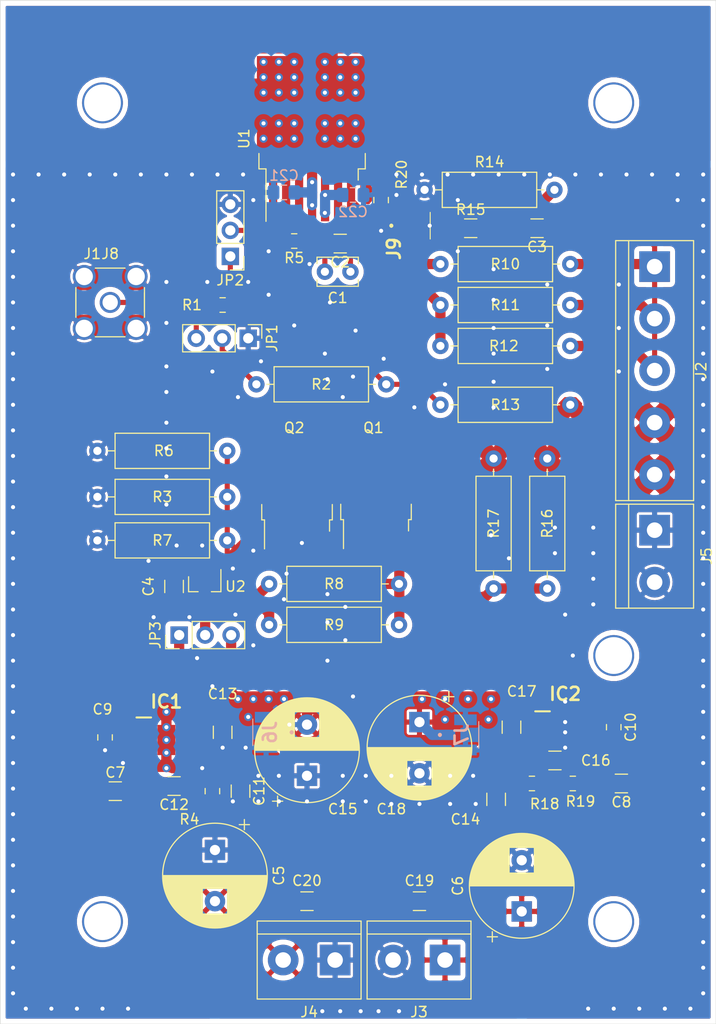
<source format=kicad_pcb>
(kicad_pcb (version 20171130) (host pcbnew "(5.1.4)-1")
  (layers (0 F.Cu signal) (1 In1.Cu power) (2 In2.Cu power) (31 B.Cu mixed) (34 B.Paste user) (35 F.Paste user) (36 B.SilkS user) (37 F.SilkS user) (38 B.Mask user) (39 F.Mask user) (44 Edge.Cuts user))
  (net 0 "")
  (net 1 "Net-(C1-Pad2)")
  (net 2 "Net-(C1-Pad1)")
  (net 3 "Net-(C3-Pad2)")
  (net 4 "Net-(C3-Pad1)")
  (net 5 "Net-(J1-Pad1)")
  (net 6 GND)
  (net 7 "Net-(JP1-Pad2)")
  (net 8 "Net-(JP2-Pad2)")
  (net 9 "Net-(JP2-Pad1)")
  (net 10 "Net-(J2-Pad4)")
  (net 11 "Net-(Q1-Pad3)")
  (net 12 "Net-(R13-Pad2)")
  (net 13 VDDA)
  (net 14 VSSA)
  (net 15 "Net-(C4-Pad2)")
  (net 16 "Net-(C4-Pad1)")
  (net 17 -24VP)
  (net 18 +36VP)
  (net 19 "Net-(C11-Pad1)")
  (net 20 "Net-(C14-Pad1)")
  (net 21 "Net-(R18-Pad2)")
  (net 22 "Net-(J9-Pad1)")
  (module Resistor_SMD:R_0805_2012Metric_Pad1.15x1.40mm_HandSolder (layer F.Cu) (at 47.25 29.5 270)
    (fp_text reference R20 (at -2.5 -2 90) (layer F.SilkS))
    (fp_text value 33k)
    (pad 2 smd roundrect (at 1.025 0 270) (size 1.15 1.4) (layers F.Cu F.Paste F.Mask) (roundrect_rratio 0.217391) (net 22 "Net-(J9-Pad1)"))
    (pad 1 smd roundrect (at -1.025 0 270) (size 1.15 1.4) (layers F.Cu F.Paste F.Mask) (roundrect_rratio 0.217391) (net 6 GND))
  )
  (module SamacSys_Parts:Coaxial_IPX_TE_23370191-1-2 (layer F.Cu) (at 50.75 32 270)
    (fp_text reference J9 (at 2.25 2.25 90) (layer F.SilkS) (effects (font (size 1.27 1.27) (thickness 0.254))))
    (fp_text value ThermalFlag hide)
    (pad 2 smd rect (at 1.475 0 270) (size 1.05 2.2) (layers F.Cu F.Paste F.Mask) (net 6 GND))
    (pad 2 smd rect (at -1.475 0 270) (size 1.05 2.2) (layers F.Cu F.Paste F.Mask) (net 6 GND))
    (pad 1 smd rect (at 0 1.525 270) (size 1 1.05) (layers F.Cu F.Paste F.Mask) (net 22 "Net-(J9-Pad1)"))
  )
  (module SamacSys_Parts:SOP65P490X110-9N (layer F.Cu) (at 65.25 81)
    (fp_text reference IC2 (at 0 -3.25) (layer F.SilkS) (effects (font (size 1.27 1.27) (thickness 0.254))))
    (fp_text value LT3080EMS8E#PBF hide)
    (pad 9 smd rect (at 0 0) (size 1.68 1.88) (layers F.Cu F.Paste F.Mask) (net 6 GND))
    (pad 8 smd rect (at 2.212 -0.975 90) (size 0.45 1.425) (layers F.Cu F.Paste F.Mask) (net 18 +36VP))
    (pad 7 smd rect (at 2.212 -0.325 90) (size 0.45 1.425) (layers F.Cu F.Paste F.Mask) (net 18 +36VP))
    (pad 6 smd rect (at 2.212 0.325 90) (size 0.45 1.425) (layers F.Cu F.Paste F.Mask))
    (pad 5 smd rect (at 2.212 0.975 90) (size 0.45 1.425) (layers F.Cu F.Paste F.Mask) (net 18 +36VP))
    (pad 4 smd rect (at -2.212 0.975 90) (size 0.45 1.425) (layers F.Cu F.Paste F.Mask) (net 20 "Net-(C14-Pad1)"))
    (pad 3 smd rect (at -2.212 0.325 90) (size 0.45 1.425) (layers F.Cu F.Paste F.Mask) (net 13 VDDA))
    (pad 2 smd rect (at -2.212 -0.325 90) (size 0.45 1.425) (layers F.Cu F.Paste F.Mask) (net 13 VDDA))
    (pad 1 smd rect (at -2.212 -0.975 90) (size 0.45 1.425) (layers F.Cu F.Paste F.Mask) (net 13 VDDA))
  )
  (module SamacSys_Parts:SOP65P490X110-13N (layer F.Cu) (at 26.25 82.25)
    (fp_text reference IC1 (at 0 -3.75) (layer F.SilkS) (effects (font (size 1.27 1.27) (thickness 0.254))))
    (fp_text value LT3090EMSE#PBF hide)
    (pad 13 smd rect (at 0 0) (size 1.753 2.947) (layers F.Cu F.Paste F.Mask) (net 17 -24VP))
    (pad 12 smd rect (at 2.212 -1.625 90) (size 0.45 1.425) (layers F.Cu F.Paste F.Mask) (net 14 VSSA))
    (pad 11 smd rect (at 2.212 -0.975 90) (size 0.45 1.425) (layers F.Cu F.Paste F.Mask) (net 14 VSSA))
    (pad 10 smd rect (at 2.212 -0.325 90) (size 0.45 1.425) (layers F.Cu F.Paste F.Mask) (net 14 VSSA))
    (pad 9 smd rect (at 2.212 0.325 90) (size 0.45 1.425) (layers F.Cu F.Paste F.Mask) (net 6 GND))
    (pad 8 smd rect (at 2.212 0.975 90) (size 0.45 1.425) (layers F.Cu F.Paste F.Mask) (net 19 "Net-(C11-Pad1)"))
    (pad 7 smd rect (at 2.212 1.625 90) (size 0.45 1.425) (layers F.Cu F.Paste F.Mask) (net 17 -24VP))
    (pad 6 smd rect (at -2.212 1.625 90) (size 0.45 1.425) (layers F.Cu F.Paste F.Mask) (net 6 GND))
    (pad 5 smd rect (at -2.212 0.975 90) (size 0.45 1.425) (layers F.Cu F.Paste F.Mask) (net 17 -24VP))
    (pad 4 smd rect (at -2.212 0.325 90) (size 0.45 1.425) (layers F.Cu F.Paste F.Mask) (net 17 -24VP))
    (pad 3 smd rect (at -2.212 -0.325 90) (size 0.45 1.425) (layers F.Cu F.Paste F.Mask) (net 17 -24VP))
    (pad 2 smd rect (at -2.212 -0.975 90) (size 0.45 1.425) (layers F.Cu F.Paste F.Mask) (net 17 -24VP))
    (pad 1 smd rect (at -2.212 -1.625 90) (size 0.45 1.425) (layers F.Cu F.Paste F.Mask) (net 17 -24VP))
  )
  (module Capacitor_SMD:C_0805_2012Metric_Pad1.15x1.40mm_HandSolder (layer B.Cu) (at 44.5 29)
    (fp_text reference C22 (at 0 1.65) (layer B.SilkS) (effects (justify mirror)))
    (fp_text value 0.1uF)
    (pad 2 smd roundrect (at 1.025 0) (size 1.15 1.4) (layers B.Cu B.Paste B.Mask) (roundrect_rratio 0.217391) (net 6 GND))
    (pad 1 smd roundrect (at -1.025 0) (size 1.15 1.4) (layers B.Cu B.Paste B.Mask) (roundrect_rratio 0.217391) (net 13 VDDA))
  )
  (module Capacitor_SMD:C_0805_2012Metric_Pad1.15x1.40mm_HandSolder (layer B.Cu) (at 37.75 28.75 180)
    (fp_text reference C21 (at 0 1.65) (layer B.SilkS) (effects (justify mirror)))
    (fp_text value 0.1uF)
    (pad 2 smd roundrect (at 1.025 0 180) (size 1.15 1.4) (layers B.Cu B.Paste B.Mask) (roundrect_rratio 0.217391) (net 6 GND))
    (pad 1 smd roundrect (at -1.025 0 180) (size 1.15 1.4) (layers B.Cu B.Paste B.Mask) (roundrect_rratio 0.217391) (net 14 VSSA))
  )
  (module Connector_Coaxial:SMA_Amphenol_132134-11_Vertical (layer F.Cu) (at 20.75 39.5)
    (fp_text reference J8 (at 0 -4.75) (layer F.SilkS))
    (fp_text value Conn_Coaxial)
    (pad 2 thru_hole circle (at -2.54 2.54) (size 2.25 2.25) (drill 1.7) (layers *.Cu *.Mask) (net 6 GND))
    (pad 2 thru_hole circle (at -2.54 -2.54) (size 2.25 2.25) (drill 1.7) (layers *.Cu *.Mask) (net 6 GND))
    (pad 2 thru_hole circle (at 2.54 -2.54) (size 2.25 2.25) (drill 1.7) (layers *.Cu *.Mask) (net 6 GND))
    (pad 2 thru_hole circle (at 2.54 2.54) (size 2.25 2.25) (drill 1.7) (layers *.Cu *.Mask) (net 6 GND))
    (pad 1 thru_hole circle (at 0 0) (size 2.05 2.05) (drill 1.5) (layers *.Cu *.Mask) (net 5 "Net-(J1-Pad1)"))
  )
  (module Capacitor_SMD:C_1206_3216Metric_Pad1.42x1.75mm_HandSolder (layer F.Cu) (at 40 98 180)
    (fp_text reference C20 (at 0 2) (layer F.SilkS))
    (fp_text value 4.7uF)
    (pad 2 smd roundrect (at 1.4875 0 180) (size 1.425 1.75) (layers F.Cu F.Paste F.Mask) (roundrect_rratio 0.175439) (net 17 -24VP))
    (pad 1 smd roundrect (at -1.4875 0 180) (size 1.425 1.75) (layers F.Cu F.Paste F.Mask) (roundrect_rratio 0.175439) (net 6 GND))
  )
  (module Capacitor_SMD:C_1206_3216Metric_Pad1.42x1.75mm_HandSolder (layer F.Cu) (at 51 98 180)
    (fp_text reference C19 (at 0 2) (layer F.SilkS))
    (fp_text value 4.7uF)
    (pad 2 smd roundrect (at 1.4875 0 180) (size 1.425 1.75) (layers F.Cu F.Paste F.Mask) (roundrect_rratio 0.175439) (net 6 GND))
    (pad 1 smd roundrect (at -1.4875 0 180) (size 1.425 1.75) (layers F.Cu F.Paste F.Mask) (roundrect_rratio 0.175439) (net 18 +36VP))
  )
  (module Connector_Coaxial:SMA_Amphenol_132134-10_Vertical (layer F.Cu) (at 20.75 39.5 180)
    (fp_text reference J1 (at 1.75 4.75) (layer F.SilkS))
    (fp_text value Conn_Coaxial)
    (pad 2 smd custom (at 0 -2.8) (size 7.11 1.51) (layers F.Cu F.Paste F.Mask) (net 6 GND) (options (clearance outline) (anchor rect)) (primitives (gr_poly (pts (xy -1.645 -1.595) (xy -1.5 -1.42) (xy -1.36 -1.28) (xy -1.205 -1.155) (xy -1.035 -1.045) (xy -0.86 -0.95) (xy -0.675 -0.875) (xy -0.48 -0.82) (xy -0.28 -0.78) (xy -0.085 -0.765) (xy 0 -0.765) (xy 0 0.755) (xy -3.555 0.755) (xy -3.555 -1.595)) (width 0)) (gr_poly (pts (xy 1.645 -1.595) (xy 1.5 -1.42) (xy 1.36 -1.28) (xy 1.205 -1.155) (xy 1.035 -1.045) (xy 0.86 -0.95) (xy 0.675 -0.875) (xy 0.48 -0.82) (xy 0.28 -0.78) (xy 0.085 -0.765) (xy 0 -0.765) (xy 0 0.755) (xy 3.555 0.755) (xy 3.555 -1.595)) (width 0))))
    (pad 2 smd custom (at 0 2.8 180) (size 7.11 1.51) (layers F.Cu F.Paste F.Mask) (net 6 GND) (options (clearance outline) (anchor rect)) (primitives (gr_poly (pts (xy -1.645 -1.595) (xy -1.5 -1.42) (xy -1.36 -1.28) (xy -1.205 -1.155) (xy -1.035 -1.045) (xy -0.86 -0.95) (xy -0.675 -0.875) (xy -0.48 -0.82) (xy -0.28 -0.78) (xy -0.085 -0.765) (xy 0 -0.765) (xy 0 0.755) (xy -3.555 0.755) (xy -3.555 -1.595)) (width 0)) (gr_poly (pts (xy 1.645 -1.595) (xy 1.5 -1.42) (xy 1.36 -1.28) (xy 1.205 -1.155) (xy 1.035 -1.045) (xy 0.86 -0.95) (xy 0.675 -0.875) (xy 0.48 -0.82) (xy 0.28 -0.78) (xy 0.085 -0.765) (xy 0 -0.765) (xy 0 0.755) (xy 3.555 0.755) (xy 3.555 -1.595)) (width 0))))
    (pad 1 smd circle (at 0 0 270) (size 1.73 1.73) (layers F.Cu F.Paste F.Mask) (net 5 "Net-(J1-Pad1)"))
  )
  (module TerminalBlock:TerminalBlock_bornier-2_P5.08mm (layer F.Cu) (at 42.75 103.75 180)
    (fp_text reference J4 (at 2.54 -5.08) (layer F.SilkS))
    (fp_text value SupplyN)
    (pad 2 thru_hole circle (at 5.08 0 180) (size 3 3) (drill 1.52) (layers *.Cu *.Mask) (net 17 -24VP))
    (pad 1 thru_hole rect (at 0 0 180) (size 3 3) (drill 1.52) (layers *.Cu *.Mask) (net 6 GND))
  )
  (module TerminalBlock:TerminalBlock_bornier-2_P5.08mm (layer F.Cu) (at 53.5 103.75 180)
    (fp_text reference J3 (at 2.54 -5.08) (layer F.SilkS))
    (fp_text value SupplyP)
    (pad 2 thru_hole circle (at 5.08 0 180) (size 3 3) (drill 1.52) (layers *.Cu *.Mask) (net 6 GND))
    (pad 1 thru_hole rect (at 0 0 180) (size 3 3) (drill 1.52) (layers *.Cu *.Mask) (net 18 +36VP))
  )
  (module Package_TO_SOT_SMD:TO-263-7_TabPin4 (layer F.Cu) (at 40.5 23.5 90)
    (fp_text reference U1 (at 0 -6.65 90) (layer F.SilkS))
    (fp_text value OPA551KTW)
    (pad 4 smd rect (at 3.375 0 90) (size 9.4 10.8) (layers F.Cu F.Mask) (net 14 VSSA))
    (pad 7 smd rect (at -5.775 3.81 90) (size 4.6 0.8) (layers F.Cu F.Paste F.Mask) (net 22 "Net-(J9-Pad1)"))
    (pad 6 smd rect (at -5.775 2.54 90) (size 4.6 0.8) (layers F.Cu F.Paste F.Mask) (net 2 "Net-(C1-Pad1)"))
    (pad 5 smd rect (at -5.775 1.27 90) (size 4.6 0.8) (layers F.Cu F.Paste F.Mask) (net 13 VDDA))
    (pad 4 smd rect (at -5.775 0 90) (size 4.6 0.8) (layers F.Cu F.Paste F.Mask) (net 14 VSSA))
    (pad 3 smd rect (at -5.775 -1.27 90) (size 4.6 0.8) (layers F.Cu F.Paste F.Mask))
    (pad 2 smd rect (at -5.775 -2.54 90) (size 4.6 0.8) (layers F.Cu F.Paste F.Mask) (net 12 "Net-(R13-Pad2)"))
    (pad 1 smd rect (at -5.775 -3.81 90) (size 4.6 0.8) (layers F.Cu F.Paste F.Mask) (net 8 "Net-(JP2-Pad2)"))
  )
  (module Resistor_SMD:R_0805_2012Metric_Pad1.15x1.40mm_HandSolder (layer F.Cu) (at 66 86.5)
    (fp_text reference R19 (at 0.75 1.75) (layer F.SilkS))
    (fp_text value 100k)
    (pad 2 smd roundrect (at 1.025 0) (size 1.15 1.4) (layers F.Cu F.Paste F.Mask) (roundrect_rratio 0.217391) (net 6 GND))
    (pad 1 smd roundrect (at -1.025 0) (size 1.15 1.4) (layers F.Cu F.Paste F.Mask) (roundrect_rratio 0.217391) (net 21 "Net-(R18-Pad2)"))
  )
  (module Resistor_SMD:R_0805_2012Metric_Pad1.15x1.40mm_HandSolder (layer F.Cu) (at 62 86.5)
    (fp_text reference R18 (at 1.25 2) (layer F.SilkS))
    (fp_text value 3.3M)
    (pad 2 smd roundrect (at 1.025 0) (size 1.15 1.4) (layers F.Cu F.Paste F.Mask) (roundrect_rratio 0.217391) (net 21 "Net-(R18-Pad2)"))
    (pad 1 smd roundrect (at -1.025 0) (size 1.15 1.4) (layers F.Cu F.Paste F.Mask) (roundrect_rratio 0.217391) (net 20 "Net-(C14-Pad1)"))
  )
  (module Resistor_SMD:R_0805_2012Metric_Pad1.15x1.40mm_HandSolder (layer F.Cu) (at 38.75 33.5 180)
    (fp_text reference R5 (at 0 -1.65) (layer F.SilkS))
    (fp_text value 1)
    (pad 2 smd roundrect (at 1.025 0 180) (size 1.15 1.4) (layers F.Cu F.Paste F.Mask) (roundrect_rratio 0.217391) (net 12 "Net-(R13-Pad2)"))
    (pad 1 smd roundrect (at -1.025 0 180) (size 1.15 1.4) (layers F.Cu F.Paste F.Mask) (roundrect_rratio 0.217391) (net 1 "Net-(C1-Pad2)"))
  )
  (module Resistor_SMD:R_0805_2012Metric_Pad1.15x1.40mm_HandSolder (layer F.Cu) (at 30.75 87.25 270)
    (fp_text reference R4 (at 2.75 2.25 180) (layer F.SilkS))
    (fp_text value 440k)
    (pad 2 smd roundrect (at 1.025 0 270) (size 1.15 1.4) (layers F.Cu F.Paste F.Mask) (roundrect_rratio 0.217391) (net 6 GND))
    (pad 1 smd roundrect (at -1.025 0 270) (size 1.15 1.4) (layers F.Cu F.Paste F.Mask) (roundrect_rratio 0.217391) (net 19 "Net-(C11-Pad1)"))
  )
  (module Resistor_SMD:R_0805_2012Metric_Pad1.15x1.40mm_HandSolder (layer F.Cu) (at 31.75 39.75 180)
    (fp_text reference R1 (at 3 0) (layer F.SilkS))
    (fp_text value 1)
    (pad 2 smd roundrect (at 1.025 0 180) (size 1.15 1.4) (layers F.Cu F.Paste F.Mask) (roundrect_rratio 0.217391) (net 5 "Net-(J1-Pad1)"))
    (pad 1 smd roundrect (at -1.025 0 180) (size 1.15 1.4) (layers F.Cu F.Paste F.Mask) (roundrect_rratio 0.217391) (net 9 "Net-(JP2-Pad1)"))
  )
  (module Connector_PinHeader_2.54mm:PinHeader_1x03_P2.54mm_Vertical (layer F.Cu) (at 27.5 72 90)
    (fp_text reference JP3 (at 0 -2.33 90) (layer F.SilkS))
    (fp_text value Jumper_N)
    (pad 3 thru_hole oval (at 0 5.08 90) (size 1.7 1.7) (drill 1) (layers *.Cu *.Mask) (net 14 VSSA))
    (pad 2 thru_hole oval (at 0 2.54 90) (size 1.7 1.7) (drill 1) (layers *.Cu *.Mask) (net 15 "Net-(C4-Pad2)"))
    (pad 1 thru_hole rect (at 0 0 90) (size 1.7 1.7) (drill 1) (layers *.Cu *.Mask) (net 17 -24VP))
  )
  (module SamacSys_Parts:Coaxial_IPX_TE_23370191-1-2 (layer B.Cu) (at 55.5 81.75 90)
    (fp_text reference J7 (at 0 -0.375 90) (layer B.SilkS) (effects (font (size 1.27 1.27) (thickness 0.254)) (justify mirror)))
    (fp_text value Conn_Coaxial hide)
    (pad 2 smd rect (at 1.475 0 90) (size 1.05 2.2) (layers B.Cu B.Paste B.Mask) (net 6 GND))
    (pad 2 smd rect (at -1.475 0 90) (size 1.05 2.2) (layers B.Cu B.Paste B.Mask) (net 6 GND))
    (pad 1 smd rect (at 0 -1.525 90) (size 1 1.05) (layers B.Cu B.Paste B.Mask) (net 13 VDDA))
  )
  (module SamacSys_Parts:Coaxial_IPX_TE_23370191-1-2 (layer B.Cu) (at 36 81.5 270)
    (fp_text reference J6 (at 0 -0.375 270) (layer B.SilkS) (effects (font (size 1.27 1.27) (thickness 0.254)) (justify mirror)))
    (fp_text value Conn_Coaxial hide)
    (pad 2 smd rect (at 1.475 0 270) (size 1.05 2.2) (layers B.Cu B.Paste B.Mask) (net 6 GND))
    (pad 2 smd rect (at -1.475 0 270) (size 1.05 2.2) (layers B.Cu B.Paste B.Mask) (net 6 GND))
    (pad 1 smd rect (at 0 -1.525 270) (size 1 1.05) (layers B.Cu B.Paste B.Mask) (net 14 VSSA))
  )
  (module TerminalBlock:TerminalBlock_bornier-2_P5.08mm (layer F.Cu) (at 74 61.75 270)
    (fp_text reference J5 (at 2.54 -5.08 90) (layer F.SilkS))
    (fp_text value GND)
    (pad 2 thru_hole circle (at 5.08 0 270) (size 3 3) (drill 1.52) (layers *.Cu *.Mask) (net 6 GND))
    (pad 1 thru_hole rect (at 0 0 270) (size 3 3) (drill 1.52) (layers *.Cu *.Mask) (net 6 GND))
  )
  (module Capacitor_THT:CP_Radial_D10.0mm_P5.00mm (layer F.Cu) (at 51 80.5 270)
    (fp_text reference C18 (at 8.5 2.75 180) (layer F.SilkS))
    (fp_text value 220u)
    (pad 2 thru_hole circle (at 5 0 270) (size 2 2) (drill 1) (layers *.Cu *.Mask) (net 6 GND))
    (pad 1 thru_hole rect (at 0 0 270) (size 2 2) (drill 1) (layers *.Cu *.Mask) (net 13 VDDA))
  )
  (module Capacitor_SMD:C_1206_3216Metric_Pad1.42x1.75mm_HandSolder (layer F.Cu) (at 60 81 270)
    (fp_text reference C17 (at -3.5 -1 180) (layer F.SilkS))
    (fp_text value 4.7uF)
    (pad 2 smd roundrect (at 1.4875 0 270) (size 1.425 1.75) (layers F.Cu F.Paste F.Mask) (roundrect_rratio 0.175439) (net 6 GND))
    (pad 1 smd roundrect (at -1.4875 0 270) (size 1.425 1.75) (layers F.Cu F.Paste F.Mask) (roundrect_rratio 0.175439) (net 13 VDDA))
  )
  (module SamacSys_Parts:C_1206_0805_dual (layer F.Cu) (at 64.25 84.25)
    (fp_text reference C16 (at 4 0) (layer F.SilkS))
    (fp_text value 10n)
    (pad 2 smd roundrect (at 1.3 0) (size 1.8 1.75) (layers F.Cu F.Paste F.Mask) (roundrect_rratio 0.175) (net 6 GND))
    (pad 1 smd roundrect (at -1.3 0) (size 1.8 1.75) (layers F.Cu F.Paste F.Mask) (roundrect_rratio 0.175) (net 20 "Net-(C14-Pad1)"))
  )
  (module Capacitor_THT:CP_Radial_D10.0mm_P5.00mm (layer F.Cu) (at 40 85.75 90)
    (fp_text reference C15 (at -3.25 3.5 180) (layer F.SilkS))
    (fp_text value 220u)
    (pad 2 thru_hole circle (at 5 0 90) (size 2 2) (drill 1) (layers *.Cu *.Mask) (net 14 VSSA))
    (pad 1 thru_hole rect (at 0 0 90) (size 2 2) (drill 1) (layers *.Cu *.Mask) (net 6 GND))
  )
  (module SamacSys_Parts:C_1206_0805_dual (layer F.Cu) (at 58.5 88.05 270)
    (fp_text reference C14 (at 1.95 3 180) (layer F.SilkS))
    (fp_text value 10n)
    (pad 2 smd roundrect (at 1.3 0 270) (size 1.8 1.75) (layers F.Cu F.Paste F.Mask) (roundrect_rratio 0.175) (net 6 GND))
    (pad 1 smd roundrect (at -1.3 0 270) (size 1.8 1.75) (layers F.Cu F.Paste F.Mask) (roundrect_rratio 0.175) (net 20 "Net-(C14-Pad1)"))
  )
  (module Capacitor_SMD:C_1206_3216Metric_Pad1.42x1.75mm_HandSolder (layer F.Cu) (at 31.75 81.5 270)
    (fp_text reference C13 (at -3.75 0 180) (layer F.SilkS))
    (fp_text value 4.7uF)
    (pad 2 smd roundrect (at 1.4875 0 270) (size 1.425 1.75) (layers F.Cu F.Paste F.Mask) (roundrect_rratio 0.175439) (net 6 GND))
    (pad 1 smd roundrect (at -1.4875 0 270) (size 1.425 1.75) (layers F.Cu F.Paste F.Mask) (roundrect_rratio 0.175439) (net 14 VSSA))
  )
  (module SamacSys_Parts:C_1206_0805_dual (layer F.Cu) (at 27 86.75 180)
    (fp_text reference C12 (at 0 -1.82) (layer F.SilkS))
    (fp_text value 10n)
    (pad 2 smd roundrect (at 1.3 0 180) (size 1.8 1.75) (layers F.Cu F.Paste F.Mask) (roundrect_rratio 0.175) (net 6 GND))
    (pad 1 smd roundrect (at -1.3 0 180) (size 1.8 1.75) (layers F.Cu F.Paste F.Mask) (roundrect_rratio 0.175) (net 19 "Net-(C11-Pad1)"))
  )
  (module SamacSys_Parts:C_1206_0805_dual (layer F.Cu) (at 33.5 87.25 270)
    (fp_text reference C11 (at 0 -1.82 90) (layer F.SilkS))
    (fp_text value 10n)
    (pad 2 smd roundrect (at 1.3 0 270) (size 1.8 1.75) (layers F.Cu F.Paste F.Mask) (roundrect_rratio 0.175) (net 6 GND))
    (pad 1 smd roundrect (at -1.3 0 270) (size 1.8 1.75) (layers F.Cu F.Paste F.Mask) (roundrect_rratio 0.175) (net 19 "Net-(C11-Pad1)"))
  )
  (module Capacitor_SMD:C_0805_2012Metric_Pad1.15x1.40mm_HandSolder (layer F.Cu) (at 70 81 270)
    (fp_text reference C10 (at 0 -1.65 90) (layer F.SilkS))
    (fp_text value 0.1uF)
    (pad 2 smd roundrect (at 1.025 0 270) (size 1.15 1.4) (layers F.Cu F.Paste F.Mask) (roundrect_rratio 0.217391) (net 6 GND))
    (pad 1 smd roundrect (at -1.025 0 270) (size 1.15 1.4) (layers F.Cu F.Paste F.Mask) (roundrect_rratio 0.217391) (net 18 +36VP))
  )
  (module Capacitor_SMD:C_0805_2012Metric_Pad1.15x1.40mm_HandSolder (layer F.Cu) (at 20.25 82 270)
    (fp_text reference C9 (at -2.75 0.25 180) (layer F.SilkS))
    (fp_text value 0.1uF)
    (pad 2 smd roundrect (at 1.025 0 270) (size 1.15 1.4) (layers F.Cu F.Paste F.Mask) (roundrect_rratio 0.217391) (net 6 GND))
    (pad 1 smd roundrect (at -1.025 0 270) (size 1.15 1.4) (layers F.Cu F.Paste F.Mask) (roundrect_rratio 0.217391) (net 17 -24VP))
  )
  (module Capacitor_SMD:C_1206_3216Metric_Pad1.42x1.75mm_HandSolder (layer F.Cu) (at 70.75 86.5 180)
    (fp_text reference C8 (at 0 -1.82) (layer F.SilkS))
    (fp_text value 4.7uF)
    (pad 2 smd roundrect (at 1.4875 0 180) (size 1.425 1.75) (layers F.Cu F.Paste F.Mask) (roundrect_rratio 0.175439) (net 6 GND))
    (pad 1 smd roundrect (at -1.4875 0 180) (size 1.425 1.75) (layers F.Cu F.Paste F.Mask) (roundrect_rratio 0.175439) (net 18 +36VP))
  )
  (module Capacitor_SMD:C_1206_3216Metric_Pad1.42x1.75mm_HandSolder (layer F.Cu) (at 21.25 87.25)
    (fp_text reference C7 (at 0 -1.82) (layer F.SilkS))
    (fp_text value 4.7uF)
    (pad 2 smd roundrect (at 1.4875 0) (size 1.425 1.75) (layers F.Cu F.Paste F.Mask) (roundrect_rratio 0.175439) (net 6 GND))
    (pad 1 smd roundrect (at -1.4875 0) (size 1.425 1.75) (layers F.Cu F.Paste F.Mask) (roundrect_rratio 0.175439) (net 17 -24VP))
  )
  (module Capacitor_THT:CP_Radial_D10.0mm_P5.00mm (layer F.Cu) (at 61 99 90)
    (fp_text reference C6 (at 2.5 -6.25 90) (layer F.SilkS))
    (fp_text value 220u)
    (pad 2 thru_hole circle (at 5 0 90) (size 2 2) (drill 1) (layers *.Cu *.Mask) (net 6 GND))
    (pad 1 thru_hole rect (at 0 0 90) (size 2 2) (drill 1) (layers *.Cu *.Mask) (net 18 +36VP))
  )
  (module Capacitor_THT:CP_Radial_D10.0mm_P5.00mm (layer F.Cu) (at 31 93 270)
    (fp_text reference C5 (at 2.5 -6.25 90) (layer F.SilkS))
    (fp_text value 220u)
    (pad 2 thru_hole circle (at 5 0 270) (size 2 2) (drill 1) (layers *.Cu *.Mask) (net 17 -24VP))
    (pad 1 thru_hole rect (at 0 0 270) (size 2 2) (drill 1) (layers *.Cu *.Mask) (net 6 GND))
  )
  (module SamacSys_Parts:C_1206_0805_dual (layer F.Cu) (at 27 67.25 270)
    (fp_text reference C4 (at 0 2.5 90) (layer F.SilkS))
    (fp_text value 1n)
    (pad 2 smd roundrect (at 1.3 0 270) (size 1.8 1.75) (layers F.Cu F.Paste F.Mask) (roundrect_rratio 0.175) (net 15 "Net-(C4-Pad2)"))
    (pad 1 smd roundrect (at -1.3 0 270) (size 1.8 1.75) (layers F.Cu F.Paste F.Mask) (roundrect_rratio 0.175) (net 16 "Net-(C4-Pad1)"))
  )
  (module TerminalBlock:TerminalBlock_bornier-5_P5.08mm (layer F.Cu) (at 74 36 270)
    (fp_text reference J2 (at 10.15 -4.55 90) (layer F.SilkS))
    (fp_text value "MOSFET GS")
    (pad 5 thru_hole circle (at 20.32 0 270) (size 3 3) (drill 1.52) (layers *.Cu *.Mask) (net 10 "Net-(J2-Pad4)"))
    (pad 4 thru_hole circle (at 15.24 0 270) (size 3 3) (drill 1.52) (layers *.Cu *.Mask) (net 10 "Net-(J2-Pad4)"))
    (pad 1 thru_hole rect (at 0 0 270) (size 3 3) (drill 1.52) (layers *.Cu *.Mask) (net 4 "Net-(C3-Pad1)"))
    (pad 3 thru_hole circle (at 10.16 0 270) (size 3 3) (drill 1.52) (layers *.Cu *.Mask) (net 4 "Net-(C3-Pad1)"))
    (pad 2 thru_hole circle (at 5.08 0 270) (size 3 3) (drill 1.52) (layers *.Cu *.Mask) (net 4 "Net-(C3-Pad1)"))
  )
  (module Package_TO_SOT_SMD:SOT-23 (layer F.Cu) (at 30 67 270)
    (fp_text reference U2 (at 0.25 -3 180) (layer F.SilkS))
    (fp_text value TL431DBZ)
    (pad 3 smd rect (at 1 0 270) (size 0.9 0.8) (layers F.Cu F.Paste F.Mask) (net 15 "Net-(C4-Pad2)"))
    (pad 2 smd rect (at -1 0.95 270) (size 0.9 0.8) (layers F.Cu F.Paste F.Mask) (net 11 "Net-(Q1-Pad3)"))
    (pad 1 smd rect (at -1 -0.95 270) (size 0.9 0.8) (layers F.Cu F.Paste F.Mask) (net 16 "Net-(C4-Pad1)"))
  )
  (module Resistor_THT:R_Axial_DIN0309_L9.0mm_D3.2mm_P12.70mm_Horizontal (layer F.Cu) (at 58.25 54.75 270)
    (fp_text reference R17 (at 6.35 0 90) (layer F.SilkS))
    (fp_text value 50k)
    (pad 2 thru_hole oval (at 12.7 0 270) (size 1.6 1.6) (drill 0.8) (layers *.Cu *.Mask) (net 14 VSSA))
    (pad 1 thru_hole circle (at 0 0 270) (size 1.6 1.6) (drill 0.8) (layers *.Cu *.Mask) (net 10 "Net-(J2-Pad4)"))
  )
  (module Resistor_THT:R_Axial_DIN0309_L9.0mm_D3.2mm_P12.70mm_Horizontal (layer F.Cu) (at 63.5 54.75 270)
    (fp_text reference R16 (at 6.35 0 90) (layer F.SilkS))
    (fp_text value 50k)
    (pad 2 thru_hole oval (at 12.7 0 270) (size 1.6 1.6) (drill 0.8) (layers *.Cu *.Mask) (net 14 VSSA))
    (pad 1 thru_hole circle (at 0 0 270) (size 1.6 1.6) (drill 0.8) (layers *.Cu *.Mask) (net 10 "Net-(J2-Pad4)"))
  )
  (module Resistor_SMD:R_1206_3216Metric_Pad1.42x1.75mm_HandSolder (layer F.Cu) (at 56.0125 32.25)
    (fp_text reference R15 (at 0 -1.82) (layer F.SilkS))
    (fp_text value 5)
    (pad 2 smd roundrect (at 1.4875 0) (size 1.425 1.75) (layers F.Cu F.Paste F.Mask) (roundrect_rratio 0.175439) (net 3 "Net-(C3-Pad2)"))
    (pad 1 smd roundrect (at -1.4875 0) (size 1.425 1.75) (layers F.Cu F.Paste F.Mask) (roundrect_rratio 0.175439) (net 6 GND))
  )
  (module Resistor_THT:R_Axial_DIN0309_L9.0mm_D3.2mm_P12.70mm_Horizontal (layer F.Cu) (at 51.5 28.5)
    (fp_text reference R14 (at 6.35 -2.72) (layer F.SilkS))
    (fp_text value 5)
    (pad 2 thru_hole oval (at 12.7 0) (size 1.6 1.6) (drill 0.8) (layers *.Cu *.Mask) (net 3 "Net-(C3-Pad2)"))
    (pad 1 thru_hole circle (at 0 0) (size 1.6 1.6) (drill 0.8) (layers *.Cu *.Mask) (net 6 GND))
  )
  (module Resistor_THT:R_Axial_DIN0309_L9.0mm_D3.2mm_P12.70mm_Horizontal (layer F.Cu) (at 65.75 49.5 180)
    (fp_text reference R13 (at 6.35 0) (layer F.SilkS))
    (fp_text value 1000)
    (pad 2 thru_hole oval (at 12.7 0 180) (size 1.6 1.6) (drill 0.8) (layers *.Cu *.Mask) (net 12 "Net-(R13-Pad2)"))
    (pad 1 thru_hole circle (at 0 0 180) (size 1.6 1.6) (drill 0.8) (layers *.Cu *.Mask) (net 10 "Net-(J2-Pad4)"))
  )
  (module Resistor_THT:R_Axial_DIN0309_L9.0mm_D3.2mm_P12.70mm_Horizontal (layer F.Cu) (at 65.75 43.75 180)
    (fp_text reference R12 (at 6.5 0) (layer F.SilkS))
    (fp_text value 5)
    (pad 2 thru_hole oval (at 12.7 0 180) (size 1.6 1.6) (drill 0.8) (layers *.Cu *.Mask) (net 2 "Net-(C1-Pad1)"))
    (pad 1 thru_hole circle (at 0 0 180) (size 1.6 1.6) (drill 0.8) (layers *.Cu *.Mask) (net 4 "Net-(C3-Pad1)"))
  )
  (module Resistor_THT:R_Axial_DIN0309_L9.0mm_D3.2mm_P12.70mm_Horizontal (layer F.Cu) (at 65.75 39.75 180)
    (fp_text reference R11 (at 6.35 0) (layer F.SilkS))
    (fp_text value 5)
    (pad 2 thru_hole oval (at 12.7 0 180) (size 1.6 1.6) (drill 0.8) (layers *.Cu *.Mask) (net 2 "Net-(C1-Pad1)"))
    (pad 1 thru_hole circle (at 0 0 180) (size 1.6 1.6) (drill 0.8) (layers *.Cu *.Mask) (net 4 "Net-(C3-Pad1)"))
  )
  (module Resistor_THT:R_Axial_DIN0309_L9.0mm_D3.2mm_P12.70mm_Horizontal (layer F.Cu) (at 65.75 35.75 180)
    (fp_text reference R10 (at 6.35 0) (layer F.SilkS))
    (fp_text value 5)
    (pad 2 thru_hole oval (at 12.7 0 180) (size 1.6 1.6) (drill 0.8) (layers *.Cu *.Mask) (net 2 "Net-(C1-Pad1)"))
    (pad 1 thru_hole circle (at 0 0 180) (size 1.6 1.6) (drill 0.8) (layers *.Cu *.Mask) (net 4 "Net-(C3-Pad1)"))
  )
  (module Resistor_THT:R_Axial_DIN0309_L9.0mm_D3.2mm_P12.70mm_Horizontal (layer F.Cu) (at 49 71 180)
    (fp_text reference R9 (at 6.35 0) (layer F.SilkS))
    (fp_text value 30)
    (pad 2 thru_hole oval (at 12.7 0 180) (size 1.6 1.6) (drill 0.8) (layers *.Cu *.Mask) (net 15 "Net-(C4-Pad2)"))
    (pad 1 thru_hole circle (at 0 0 180) (size 1.6 1.6) (drill 0.8) (layers *.Cu *.Mask) (net 11 "Net-(Q1-Pad3)"))
  )
  (module Resistor_THT:R_Axial_DIN0309_L9.0mm_D3.2mm_P12.70mm_Horizontal (layer F.Cu) (at 49 67 180)
    (fp_text reference R8 (at 6.35 0) (layer F.SilkS))
    (fp_text value 30)
    (pad 2 thru_hole oval (at 12.7 0 180) (size 1.6 1.6) (drill 0.8) (layers *.Cu *.Mask) (net 15 "Net-(C4-Pad2)"))
    (pad 1 thru_hole circle (at 0 0 180) (size 1.6 1.6) (drill 0.8) (layers *.Cu *.Mask) (net 11 "Net-(Q1-Pad3)"))
  )
  (module Resistor_THT:R_Axial_DIN0309_L9.0mm_D3.2mm_P12.70mm_Horizontal (layer F.Cu) (at 19.5 62.75)
    (fp_text reference R7 (at 6.35 0) (layer F.SilkS))
    (fp_text value 10k)
    (pad 2 thru_hole oval (at 12.7 0) (size 1.6 1.6) (drill 0.8) (layers *.Cu *.Mask) (net 16 "Net-(C4-Pad1)"))
    (pad 1 thru_hole circle (at 0 0) (size 1.6 1.6) (drill 0.8) (layers *.Cu *.Mask) (net 6 GND))
  )
  (module Resistor_THT:R_Axial_DIN0309_L9.0mm_D3.2mm_P12.70mm_Horizontal (layer F.Cu) (at 19.5 54)
    (fp_text reference R6 (at 6.5 0) (layer F.SilkS))
    (fp_text value 10k)
    (pad 2 thru_hole oval (at 12.7 0) (size 1.6 1.6) (drill 0.8) (layers *.Cu *.Mask) (net 16 "Net-(C4-Pad1)"))
    (pad 1 thru_hole circle (at 0 0) (size 1.6 1.6) (drill 0.8) (layers *.Cu *.Mask) (net 6 GND))
  )
  (module Resistor_THT:R_Axial_DIN0309_L9.0mm_D3.2mm_P12.70mm_Horizontal (layer F.Cu) (at 19.5 58.5)
    (fp_text reference R3 (at 6.35 0) (layer F.SilkS))
    (fp_text value 10k)
    (pad 2 thru_hole oval (at 12.7 0) (size 1.6 1.6) (drill 0.8) (layers *.Cu *.Mask) (net 16 "Net-(C4-Pad1)"))
    (pad 1 thru_hole circle (at 0 0) (size 1.6 1.6) (drill 0.8) (layers *.Cu *.Mask) (net 6 GND))
  )
  (module Resistor_THT:R_Axial_DIN0309_L9.0mm_D3.2mm_P12.70mm_Horizontal (layer F.Cu) (at 47.75 47.5 180)
    (fp_text reference R2 (at 6.35 0) (layer F.SilkS))
    (fp_text value 250)
    (pad 2 thru_hole oval (at 12.7 0 180) (size 1.6 1.6) (drill 0.8) (layers *.Cu *.Mask) (net 7 "Net-(JP1-Pad2)"))
    (pad 1 thru_hole circle (at 0 0 180) (size 1.6 1.6) (drill 0.8) (layers *.Cu *.Mask) (net 12 "Net-(R13-Pad2)"))
  )
  (module Package_TO_SOT_SMD:TO-252-2 (layer F.Cu) (at 39.025 58.275 90)
    (fp_text reference Q2 (at 6.525 -0.275 180) (layer F.SilkS))
    (fp_text value Q_NPN_BCE)
    (pad 2 smd rect (at 2.1 0 90) (size 6.4 5.8) (layers F.Cu F.Mask) (net 10 "Net-(J2-Pad4)"))
    (pad 3 smd rect (at -4.2 2.28 90) (size 2.2 1.2) (layers F.Cu F.Paste F.Mask) (net 11 "Net-(Q1-Pad3)"))
    (pad 1 smd rect (at -4.2 -2.28 90) (size 2.2 1.2) (layers F.Cu F.Paste F.Mask) (net 16 "Net-(C4-Pad1)"))
  )
  (module Package_TO_SOT_SMD:TO-252-2 (layer F.Cu) (at 46.75 58.25 90)
    (fp_text reference Q1 (at 6.5 -0.25 180) (layer F.SilkS))
    (fp_text value Q_NPN_BCE)
    (pad 2 smd rect (at 2.1 0 90) (size 6.4 5.8) (layers F.Cu F.Mask) (net 10 "Net-(J2-Pad4)"))
    (pad 3 smd rect (at -4.2 2.28 90) (size 2.2 1.2) (layers F.Cu F.Paste F.Mask) (net 11 "Net-(Q1-Pad3)"))
    (pad 1 smd rect (at -4.2 -2.28 90) (size 2.2 1.2) (layers F.Cu F.Paste F.Mask) (net 16 "Net-(C4-Pad1)"))
  )
  (module Connector_PinHeader_2.54mm:PinHeader_1x03_P2.54mm_Vertical (layer F.Cu) (at 32.5 35 180)
    (fp_text reference JP2 (at 0 -2.33) (layer F.SilkS))
    (fp_text value Jumper_P)
    (pad 3 thru_hole oval (at 0 5.08 180) (size 1.7 1.7) (drill 1) (layers *.Cu *.Mask) (net 6 GND))
    (pad 2 thru_hole oval (at 0 2.54 180) (size 1.7 1.7) (drill 1) (layers *.Cu *.Mask) (net 8 "Net-(JP2-Pad2)"))
    (pad 1 thru_hole rect (at 0 0 180) (size 1.7 1.7) (drill 1) (layers *.Cu *.Mask) (net 9 "Net-(JP2-Pad1)"))
  )
  (module Connector_PinHeader_2.54mm:PinHeader_1x03_P2.54mm_Vertical (layer F.Cu) (at 34.25 43 270)
    (fp_text reference JP1 (at 0 -2.33 90) (layer F.SilkS))
    (fp_text value Jumper_N)
    (pad 3 thru_hole oval (at 0 5.08 270) (size 1.7 1.7) (drill 1) (layers *.Cu *.Mask) (net 5 "Net-(J1-Pad1)"))
    (pad 2 thru_hole oval (at 0 2.54 270) (size 1.7 1.7) (drill 1) (layers *.Cu *.Mask) (net 7 "Net-(JP1-Pad2)"))
    (pad 1 thru_hole rect (at 0 0 270) (size 1.7 1.7) (drill 1) (layers *.Cu *.Mask) (net 6 GND))
  )
  (module SamacSys_Parts:C_1206_0805_dual (layer F.Cu) (at 62.5 32.25 180)
    (fp_text reference C3 (at 0 -1.82) (layer F.SilkS))
    (fp_text value 10n)
    (pad 2 smd roundrect (at 1.3 0 180) (size 1.8 1.75) (layers F.Cu F.Paste F.Mask) (roundrect_rratio 0.175) (net 3 "Net-(C3-Pad2)"))
    (pad 1 smd roundrect (at -1.3 0 180) (size 1.8 1.75) (layers F.Cu F.Paste F.Mask) (roundrect_rratio 0.175) (net 4 "Net-(C3-Pad1)"))
  )
  (module SamacSys_Parts:C_1206_0805_dual (layer F.Cu) (at 43.25 33.75 180)
    (fp_text reference C2 (at 0 -1.82) (layer F.SilkS))
    (fp_text value 1n)
    (pad 2 smd roundrect (at 1.3 0 180) (size 1.8 1.75) (layers F.Cu F.Paste F.Mask) (roundrect_rratio 0.175) (net 1 "Net-(C1-Pad2)"))
    (pad 1 smd roundrect (at -1.3 0 180) (size 1.8 1.75) (layers F.Cu F.Paste F.Mask) (roundrect_rratio 0.175) (net 2 "Net-(C1-Pad1)"))
  )
  (module Capacitor_THT:C_Disc_D3.8mm_W2.6mm_P2.50mm (layer F.Cu) (at 44.25 36.5 180)
    (fp_text reference C1 (at 1.25 -2.55) (layer F.SilkS))
    (fp_text value 1n)
    (pad 2 thru_hole circle (at 2.5 0 180) (size 1.6 1.6) (drill 0.8) (layers *.Cu *.Mask) (net 1 "Net-(C1-Pad2)"))
    (pad 1 thru_hole circle (at 0 0 180) (size 1.6 1.6) (drill 0.8) (layers *.Cu *.Mask) (net 2 "Net-(C1-Pad1)"))
  )
  (gr_line (start 80 110) (end 80 105) (layer Edge.Cuts) (width 0.05))
  (gr_line (start 10 110) (end 80 110) (layer Edge.Cuts) (width 0.05))
  (gr_line (start 10 105) (end 10 110) (layer Edge.Cuts) (width 0.05))
  (gr_line (start 10 105) (end 10 10) (layer Edge.Cuts) (width 0.05))
  (gr_line (start 80 10) (end 80 105) (layer Edge.Cuts) (width 0.05))
  (gr_line (start 10 10) (end 80 10) (layer Edge.Cuts) (width 0.05))
  (via (at 20 20) (size 4) (drill 3.6) (layers F.Cu B.Cu) (net 0))
  (via (at 70 20) (size 4) (drill 3.6) (layers F.Cu B.Cu) (net 0))
  (via (at 70 100) (size 4) (drill 3.6) (layers F.Cu B.Cu) (net 0))
  (via (at 20 100) (size 4) (drill 3.6) (layers F.Cu B.Cu) (net 0))
  (via (at 70 74) (size 4) (drill 3.6) (layers F.Cu B.Cu) (net 0))
  (segment (start 42.25 33.95) (end 42.7 33.5) (width 0.5) (layer F.Cu) (net 1))
  (segment (start 40.025 33.75) (end 39.775 33.5) (width 0.5) (layer F.Cu) (net 1))
  (segment (start 41.95 33.75) (end 40.025 33.75) (width 0.5) (layer F.Cu) (net 1))
  (segment (start 41.75 33.95) (end 41.95 33.75) (width 0.5) (layer F.Cu) (net 1))
  (segment (start 41.75 36.5) (end 41.75 33.95) (width 0.5) (layer F.Cu) (net 1))
  (segment (start 53.05 35.75) (end 47.8 35.75) (width 1) (layer F.Cu) (net 2))
  (segment (start 49.05 35.75) (end 53.05 39.75) (width 1) (layer F.Cu) (net 2))
  (segment (start 47.8 35.75) (end 49.05 35.75) (width 1) (layer F.Cu) (net 2))
  (segment (start 53.05 39.75) (end 53.05 43.75) (width 1) (layer F.Cu) (net 2))
  (segment (start 43.04 31.99) (end 43.04 29.275) (width 0.5) (layer F.Cu) (net 2))
  (segment (start 45.05 34) (end 43.04 31.99) (width 0.5) (layer F.Cu) (net 2))
  (segment (start 46.917897 34.867897) (end 47.15 35.1) (width 1) (layer F.Cu) (net 2))
  (segment (start 45.917897 34.867897) (end 46.917897 34.867897) (width 1) (layer F.Cu) (net 2))
  (segment (start 45.05 34) (end 45.917897 34.867897) (width 1) (layer F.Cu) (net 2))
  (segment (start 47.8 35.75) (end 47.15 35.1) (width 1) (layer F.Cu) (net 2))
  (segment (start 47.15 35.1) (end 46.775 34.725) (width 1) (layer F.Cu) (net 2))
  (segment (start 45 33.8) (end 45.05 33.75) (width 0.5) (layer F.Cu) (net 2))
  (segment (start 44.25 34.05) (end 44.55 33.75) (width 0.5) (layer F.Cu) (net 2))
  (segment (start 44.25 36.5) (end 44.25 34.05) (width 0.5) (layer F.Cu) (net 2))
  (segment (start 61.2 32.25) (end 57.5 32.25) (width 0.5) (layer F.Cu) (net 3))
  (segment (start 61.2 32.25) (end 61.2 31.25) (width 0.5) (layer F.Cu) (net 3))
  (segment (start 61.45 31.25) (end 61.2 31.25) (width 1) (layer F.Cu) (net 3))
  (segment (start 64.2 28.5) (end 61.45 31.25) (width 1) (layer F.Cu) (net 3))
  (segment (start 73.75 35.75) (end 74 36) (width 1) (layer F.Cu) (net 4))
  (segment (start 65.75 35.75) (end 73.75 35.75) (width 1) (layer F.Cu) (net 4))
  (segment (start 72.67 39.75) (end 74 41.08) (width 1) (layer F.Cu) (net 4))
  (segment (start 65.75 39.75) (end 72.67 39.75) (width 1) (layer F.Cu) (net 4))
  (segment (start 71.59 43.75) (end 74 46.16) (width 1) (layer F.Cu) (net 4))
  (segment (start 65.75 43.75) (end 71.59 43.75) (width 1) (layer F.Cu) (net 4))
  (segment (start 74 36) (end 74 46.16) (width 0.5) (layer F.Cu) (net 4))
  (segment (start 64.8 32.25) (end 63.8 32.25) (width 0.5) (layer F.Cu) (net 4))
  (segment (start 72.25 32.25) (end 64.8 32.25) (width 0.5) (layer F.Cu) (net 4))
  (segment (start 74 34) (end 72.25 32.25) (width 0.5) (layer F.Cu) (net 4))
  (segment (start 74 36) (end 74 34) (width 0.5) (layer F.Cu) (net 4))
  (segment (start 30.475 39.5) (end 30.725 39.75) (width 0.5) (layer F.Cu) (net 5))
  (segment (start 20.75 39.5) (end 30.475 39.5) (width 0.5) (layer F.Cu) (net 5))
  (segment (start 29.17 41.305) (end 30.725 39.75) (width 0.5) (layer F.Cu) (net 5))
  (segment (start 29.17 43) (end 29.17 41.305) (width 0.5) (layer F.Cu) (net 5))
  (via (at 32.75 88.25) (size 0.8) (drill 0.4) (layers F.Cu B.Cu) (net 6))
  (via (at 65.25 81.5) (size 0.8) (drill 0.4) (layers F.Cu B.Cu) (net 6))
  (via (at 65.25 80.5) (size 0.8) (drill 0.4) (layers F.Cu B.Cu) (net 6))
  (via (at 29.75 85) (size 0.8) (drill 0.4) (layers F.Cu B.Cu) (net 6))
  (via (at 31.75 83) (size 0.8) (drill 0.4) (layers F.Cu B.Cu) (net 6))
  (via (at 20.25 83.25) (size 0.8) (drill 0.4) (layers F.Cu B.Cu) (net 6))
  (via (at 22 84.5) (size 0.8) (drill 0.4) (layers F.Cu B.Cu) (net 6))
  (segment (start 22.625 83.875) (end 22 84.5) (width 0.25) (layer F.Cu) (net 6))
  (segment (start 24.038 83.875) (end 22.625 83.875) (width 0.25) (layer F.Cu) (net 6))
  (segment (start 31.7375 82.9875) (end 31.75 82.9875) (width 0.25) (layer F.Cu) (net 6))
  (segment (start 31.325 82.575) (end 31.7375 82.9875) (width 0.25) (layer F.Cu) (net 6))
  (segment (start 28.462 82.575) (end 31.325 82.575) (width 0.25) (layer F.Cu) (net 6))
  (via (at 32.75 65.5) (size 0.8) (drill 0.4) (layers F.Cu B.Cu) (net 6))
  (via (at 34.75 63.75) (size 0.8) (drill 0.4) (layers F.Cu B.Cu) (net 6))
  (via (at 39.5 63) (size 0.8) (drill 0.4) (layers F.Cu B.Cu) (net 6))
  (via (at 29.25 74.25) (size 0.8) (drill 0.4) (layers F.Cu B.Cu) (net 6))
  (via (at 30.75 77) (size 0.8) (drill 0.4) (layers F.Cu B.Cu) (net 6))
  (via (at 34 83) (size 0.8) (drill 0.4) (layers F.Cu B.Cu) (net 6))
  (segment (start 69.2 82.025) (end 68.25 82.975) (width 0.25) (layer F.Cu) (net 6))
  (segment (start 70 82.025) (end 69.2 82.025) (width 0.25) (layer F.Cu) (net 6))
  (segment (start 68.25 82.975) (end 68.25 83.25) (width 0.25) (layer F.Cu) (net 6))
  (via (at 43.5 48.75) (size 0.8) (drill 0.4) (layers F.Cu B.Cu) (net 6))
  (via (at 42 68) (size 0.8) (drill 0.4) (layers F.Cu B.Cu) (net 6))
  (via (at 43.75 69.25) (size 0.8) (drill 0.4) (layers F.Cu B.Cu) (net 6))
  (via (at 43.75 72.5) (size 0.8) (drill 0.4) (layers F.Cu B.Cu) (net 6))
  (via (at 42 74.5) (size 0.8) (drill 0.4) (layers F.Cu B.Cu) (net 6))
  (via (at 42 70.75) (size 0.8) (drill 0.4) (layers F.Cu B.Cu) (net 6))
  (via (at 44.5 78) (size 0.8) (drill 0.4) (layers F.Cu B.Cu) (net 6))
  (via (at 11.25 27) (size 0.8) (drill 0.4) (layers F.Cu B.Cu) (net 6))
  (via (at 13.75 27) (size 0.8) (drill 0.4) (layers F.Cu B.Cu) (net 6))
  (via (at 16.25 27) (size 0.8) (drill 0.4) (layers F.Cu B.Cu) (net 6))
  (via (at 18.75 27) (size 0.8) (drill 0.4) (layers F.Cu B.Cu) (net 6))
  (via (at 21.25 27) (size 0.8) (drill 0.4) (layers F.Cu B.Cu) (net 6))
  (via (at 23.75 27) (size 0.8) (drill 0.4) (layers F.Cu B.Cu) (net 6))
  (via (at 26.25 27) (size 0.8) (drill 0.4) (layers F.Cu B.Cu) (net 6))
  (via (at 28.75 27) (size 0.8) (drill 0.4) (layers F.Cu B.Cu) (net 6))
  (via (at 31.25 27) (size 0.8) (drill 0.4) (layers F.Cu B.Cu) (net 6))
  (via (at 33.75 27) (size 0.8) (drill 0.4) (layers F.Cu B.Cu) (net 6))
  (via (at 48.75 27) (size 0.8) (drill 0.4) (layers F.Cu B.Cu) (net 6))
  (via (at 51.25 27) (size 0.8) (drill 0.4) (layers F.Cu B.Cu) (net 6))
  (via (at 53.75 27) (size 0.8) (drill 0.4) (layers F.Cu B.Cu) (net 6))
  (via (at 56.25 27) (size 0.8) (drill 0.4) (layers F.Cu B.Cu) (net 6))
  (via (at 58.75 27) (size 0.8) (drill 0.4) (layers F.Cu B.Cu) (net 6))
  (via (at 61.25 27) (size 0.8) (drill 0.4) (layers F.Cu B.Cu) (net 6))
  (via (at 63.75 27) (size 0.8) (drill 0.4) (layers F.Cu B.Cu) (net 6))
  (via (at 66.25 27) (size 0.8) (drill 0.4) (layers F.Cu B.Cu) (net 6))
  (via (at 68.75 27) (size 0.8) (drill 0.4) (layers F.Cu B.Cu) (net 6))
  (via (at 71.25 27) (size 0.8) (drill 0.4) (layers F.Cu B.Cu) (net 6))
  (via (at 73.75 27) (size 0.8) (drill 0.4) (layers F.Cu B.Cu) (net 6))
  (via (at 76.25 27) (size 0.8) (drill 0.4) (layers F.Cu B.Cu) (net 6))
  (via (at 78.75 27) (size 0.8) (drill 0.4) (layers F.Cu B.Cu) (net 6))
  (via (at 11.25 29.5) (size 0.8) (drill 0.4) (layers F.Cu B.Cu) (net 6))
  (via (at 11.25 32) (size 0.8) (drill 0.4) (layers F.Cu B.Cu) (net 6))
  (via (at 11.25 34.5) (size 0.8) (drill 0.4) (layers F.Cu B.Cu) (net 6))
  (via (at 11.25 37) (size 0.8) (drill 0.4) (layers F.Cu B.Cu) (net 6))
  (via (at 11.25 39.5) (size 0.8) (drill 0.4) (layers F.Cu B.Cu) (net 6))
  (via (at 11.25 42) (size 0.8) (drill 0.4) (layers F.Cu B.Cu) (net 6))
  (via (at 11.25 44.5) (size 0.8) (drill 0.4) (layers F.Cu B.Cu) (net 6))
  (via (at 11.25 47) (size 0.8) (drill 0.4) (layers F.Cu B.Cu) (net 6))
  (via (at 11.25 49.5) (size 0.8) (drill 0.4) (layers F.Cu B.Cu) (net 6))
  (via (at 11.25 52) (size 0.8) (drill 0.4) (layers F.Cu B.Cu) (net 6))
  (via (at 11.25 54.5) (size 0.8) (drill 0.4) (layers F.Cu B.Cu) (net 6))
  (via (at 11.25 57) (size 0.8) (drill 0.4) (layers F.Cu B.Cu) (net 6))
  (via (at 11.25 59.5) (size 0.8) (drill 0.4) (layers F.Cu B.Cu) (net 6))
  (via (at 11.25 62) (size 0.8) (drill 0.4) (layers F.Cu B.Cu) (net 6))
  (via (at 11.25 64.5) (size 0.8) (drill 0.4) (layers F.Cu B.Cu) (net 6))
  (via (at 11.25 67) (size 0.8) (drill 0.4) (layers F.Cu B.Cu) (net 6))
  (via (at 11.25 69.5) (size 0.8) (drill 0.4) (layers F.Cu B.Cu) (net 6))
  (via (at 11.25 72) (size 0.8) (drill 0.4) (layers F.Cu B.Cu) (net 6))
  (via (at 11.25 74.5) (size 0.8) (drill 0.4) (layers F.Cu B.Cu) (net 6))
  (via (at 11.25 77) (size 0.8) (drill 0.4) (layers F.Cu B.Cu) (net 6))
  (via (at 11.25 79.5) (size 0.8) (drill 0.4) (layers F.Cu B.Cu) (net 6))
  (via (at 11.25 82) (size 0.8) (drill 0.4) (layers F.Cu B.Cu) (net 6))
  (via (at 11.25 84.5) (size 0.8) (drill 0.4) (layers F.Cu B.Cu) (net 6))
  (via (at 11.25 87) (size 0.8) (drill 0.4) (layers F.Cu B.Cu) (net 6))
  (via (at 11.25 89.5) (size 0.8) (drill 0.4) (layers F.Cu B.Cu) (net 6))
  (via (at 11.25 92) (size 0.8) (drill 0.4) (layers F.Cu B.Cu) (net 6))
  (via (at 11.25 94.5) (size 0.8) (drill 0.4) (layers F.Cu B.Cu) (net 6))
  (via (at 11.25 97) (size 0.8) (drill 0.4) (layers F.Cu B.Cu) (net 6))
  (via (at 11.25 99.5) (size 0.8) (drill 0.4) (layers F.Cu B.Cu) (net 6))
  (via (at 11.25 102) (size 0.8) (drill 0.4) (layers F.Cu B.Cu) (net 6))
  (via (at 11.25 104.5) (size 0.8) (drill 0.4) (layers F.Cu B.Cu) (net 6))
  (via (at 11.25 107) (size 0.8) (drill 0.4) (layers F.Cu B.Cu) (net 6))
  (via (at 12.5 108.5) (size 0.8) (drill 0.4) (layers F.Cu B.Cu) (net 6))
  (via (at 78.75 29.5) (size 0.8) (drill 0.4) (layers F.Cu B.Cu) (net 6))
  (via (at 78.75 32) (size 0.8) (drill 0.4) (layers F.Cu B.Cu) (net 6))
  (via (at 78.75 34.5) (size 0.8) (drill 0.4) (layers F.Cu B.Cu) (net 6))
  (via (at 78.75 37) (size 0.8) (drill 0.4) (layers F.Cu B.Cu) (net 6))
  (via (at 78.75 39.5) (size 0.8) (drill 0.4) (layers F.Cu B.Cu) (net 6))
  (via (at 78.75 42) (size 0.8) (drill 0.4) (layers F.Cu B.Cu) (net 6))
  (via (at 78.75 44.5) (size 0.8) (drill 0.4) (layers F.Cu B.Cu) (net 6))
  (via (at 78.75 47) (size 0.8) (drill 0.4) (layers F.Cu B.Cu) (net 6))
  (via (at 78.75 49.5) (size 0.8) (drill 0.4) (layers F.Cu B.Cu) (net 6))
  (via (at 78.75 52) (size 0.8) (drill 0.4) (layers F.Cu B.Cu) (net 6))
  (via (at 78.75 54.5) (size 0.8) (drill 0.4) (layers F.Cu B.Cu) (net 6))
  (via (at 78.75 57) (size 0.8) (drill 0.4) (layers F.Cu B.Cu) (net 6))
  (via (at 78.75 59.5) (size 0.8) (drill 0.4) (layers F.Cu B.Cu) (net 6))
  (via (at 78.75 62) (size 0.8) (drill 0.4) (layers F.Cu B.Cu) (net 6))
  (via (at 78.75 64.5) (size 0.8) (drill 0.4) (layers F.Cu B.Cu) (net 6))
  (via (at 78.75 67) (size 0.8) (drill 0.4) (layers F.Cu B.Cu) (net 6))
  (via (at 78.75 69.5) (size 0.8) (drill 0.4) (layers F.Cu B.Cu) (net 6))
  (via (at 78.75 72) (size 0.8) (drill 0.4) (layers F.Cu B.Cu) (net 6))
  (via (at 78.75 74.5) (size 0.8) (drill 0.4) (layers F.Cu B.Cu) (net 6))
  (via (at 78.75 77) (size 0.8) (drill 0.4) (layers F.Cu B.Cu) (net 6))
  (via (at 78.75 79.5) (size 0.8) (drill 0.4) (layers F.Cu B.Cu) (net 6))
  (via (at 78.75 82) (size 0.8) (drill 0.4) (layers F.Cu B.Cu) (net 6))
  (via (at 78.75 84.5) (size 0.8) (drill 0.4) (layers F.Cu B.Cu) (net 6))
  (via (at 78.75 87) (size 0.8) (drill 0.4) (layers F.Cu B.Cu) (net 6))
  (via (at 78.75 89.5) (size 0.8) (drill 0.4) (layers F.Cu B.Cu) (net 6))
  (via (at 78.75 92) (size 0.8) (drill 0.4) (layers F.Cu B.Cu) (net 6))
  (via (at 78.75 94.5) (size 0.8) (drill 0.4) (layers F.Cu B.Cu) (net 6))
  (via (at 78.75 97) (size 0.8) (drill 0.4) (layers F.Cu B.Cu) (net 6))
  (via (at 78.75 99.5) (size 0.8) (drill 0.4) (layers F.Cu B.Cu) (net 6))
  (via (at 78.75 102) (size 0.8) (drill 0.4) (layers F.Cu B.Cu) (net 6))
  (via (at 78.75 104.5) (size 0.8) (drill 0.4) (layers F.Cu B.Cu) (net 6))
  (via (at 78.75 107) (size 0.8) (drill 0.4) (layers F.Cu B.Cu) (net 6))
  (via (at 77.5 108.5) (size 0.8) (drill 0.4) (layers F.Cu B.Cu) (net 6))
  (via (at 15 108.5) (size 0.8) (drill 0.4) (layers F.Cu B.Cu) (net 6))
  (via (at 17.5 108.5) (size 0.8) (drill 0.4) (layers F.Cu B.Cu) (net 6))
  (via (at 20 108.5) (size 0.8) (drill 0.4) (layers F.Cu B.Cu) (net 6))
  (via (at 22.5 108.5) (size 0.8) (drill 0.4) (layers F.Cu B.Cu) (net 6))
  (via (at 75 108.5) (size 0.8) (drill 0.4) (layers F.Cu B.Cu) (net 6))
  (via (at 72.5 108.5) (size 0.8) (drill 0.4) (layers F.Cu B.Cu) (net 6))
  (via (at 70 108.5) (size 0.8) (drill 0.4) (layers F.Cu B.Cu) (net 6))
  (via (at 67.5 108.5) (size 0.8) (drill 0.4) (layers F.Cu B.Cu) (net 6))
  (via (at 36.25 34.5) (size 0.8) (drill 0.4) (layers F.Cu B.Cu) (net 6))
  (via (at 38.75 41.75) (size 0.8) (drill 0.4) (layers F.Cu B.Cu) (net 6))
  (via (at 41.75 44.5) (size 0.8) (drill 0.4) (layers F.Cu B.Cu) (net 6))
  (via (at 40.25 35.75) (size 0.8) (drill 0.4) (layers F.Cu B.Cu) (net 6))
  (via (at 42.25 39.5) (size 0.8) (drill 0.4) (layers F.Cu B.Cu) (net 6))
  (via (at 44.75 42.25) (size 0.8) (drill 0.4) (layers F.Cu B.Cu) (net 6))
  (via (at 47.5 45) (size 0.8) (drill 0.4) (layers F.Cu B.Cu) (net 6))
  (via (at 53.5 47.5) (size 0.8) (drill 0.4) (layers F.Cu B.Cu) (net 6))
  (via (at 50.5 49.75) (size 0.8) (drill 0.4) (layers F.Cu B.Cu) (net 6))
  (via (at 44.5 46.75) (size 0.8) (drill 0.4) (layers F.Cu B.Cu) (net 6))
  (via (at 70.5 37.75) (size 0.8) (drill 0.4) (layers F.Cu B.Cu) (net 6))
  (via (at 63.5 37.75) (size 0.8) (drill 0.4) (layers F.Cu B.Cu) (net 6))
  (via (at 63.5 41.75) (size 0.8) (drill 0.4) (layers F.Cu B.Cu) (net 6))
  (via (at 70.5 42) (size 0.8) (drill 0.4) (layers F.Cu B.Cu) (net 6))
  (via (at 70.5 46.25) (size 0.8) (drill 0.4) (layers F.Cu B.Cu) (net 6))
  (via (at 63.5 46) (size 0.8) (drill 0.4) (layers F.Cu B.Cu) (net 6))
  (via (at 54.75 29.5) (size 0.8) (drill 0.4) (layers F.Cu B.Cu) (net 6))
  (via (at 54.75 34.5) (size 0.8) (drill 0.4) (layers F.Cu B.Cu) (net 6))
  (via (at 52 32) (size 0.8) (drill 0.4) (layers F.Cu B.Cu) (net 6))
  (via (at 34.75 29.5) (size 0.8) (drill 0.4) (layers F.Cu B.Cu) (net 6))
  (via (at 48.75 29) (size 0.8) (drill 0.4) (layers F.Cu B.Cu) (net 6))
  (via (at 36.25 38.75) (size 0.8) (drill 0.4) (layers F.Cu B.Cu) (net 6))
  (via (at 26.25 37.5) (size 0.8) (drill 0.4) (layers F.Cu B.Cu) (net 6))
  (via (at 26.25 41.5) (size 0.8) (drill 0.4) (layers F.Cu B.Cu) (net 6))
  (via (at 30.25 37.5) (size 0.8) (drill 0.4) (layers F.Cu B.Cu) (net 6))
  (via (at 34.25 37.5) (size 0.8) (drill 0.4) (layers F.Cu B.Cu) (net 6))
  (via (at 30.75 46.25) (size 0.8) (drill 0.4) (layers F.Cu B.Cu) (net 6))
  (via (at 35.5 45.25) (size 0.8) (drill 0.4) (layers F.Cu B.Cu) (net 6))
  (via (at 33.25 48.75) (size 0.8) (drill 0.4) (layers F.Cu B.Cu) (net 6))
  (via (at 33 70) (size 0.8) (drill 0.4) (layers F.Cu B.Cu) (net 6))
  (via (at 37.75 68.5) (size 0.8) (drill 0.4) (layers F.Cu B.Cu) (net 6))
  (via (at 38 66) (size 0.8) (drill 0.4) (layers F.Cu B.Cu) (net 6))
  (via (at 34.75 73) (size 0.8) (drill 0.4) (layers F.Cu B.Cu) (net 6))
  (via (at 28.5 70.25) (size 0.8) (drill 0.4) (layers F.Cu B.Cu) (net 6))
  (via (at 25 70.25) (size 0.8) (drill 0.4) (layers F.Cu B.Cu) (net 6))
  (via (at 29.75 63.25) (size 0.8) (drill 0.4) (layers F.Cu B.Cu) (net 6))
  (via (at 24.5 64.75) (size 0.8) (drill 0.4) (layers F.Cu B.Cu) (net 6))
  (via (at 27.25 63.25) (size 0.8) (drill 0.4) (layers F.Cu B.Cu) (net 6))
  (via (at 47.25 32.5) (size 0.8) (drill 0.4) (layers F.Cu B.Cu) (net 6))
  (via (at 26.25 45.75) (size 0.8) (drill 0.4) (layers F.Cu B.Cu) (net 6))
  (via (at 26.25 48.25) (size 0.8) (drill 0.4) (layers F.Cu B.Cu) (net 6))
  (via (at 26.25 51.25) (size 0.8) (drill 0.4) (layers F.Cu B.Cu) (net 6))
  (via (at 26.25 53.75) (size 0.8) (drill 0.4) (layers F.Cu B.Cu) (net 6))
  (via (at 26.25 56.5) (size 0.8) (drill 0.4) (layers F.Cu B.Cu) (net 6))
  (via (at 26.25 59.25) (size 0.8) (drill 0.4) (layers F.Cu B.Cu) (net 6))
  (via (at 58.25 36.25) (size 0.8) (drill 0.4) (layers F.Cu B.Cu) (net 6))
  (via (at 58.25 39.25) (size 0.8) (drill 0.4) (layers F.Cu B.Cu) (net 6))
  (via (at 58.25 42) (size 0.8) (drill 0.4) (layers F.Cu B.Cu) (net 6))
  (via (at 58.25 44.5) (size 0.8) (drill 0.4) (layers F.Cu B.Cu) (net 6))
  (via (at 58.25 47.25) (size 0.8) (drill 0.4) (layers F.Cu B.Cu) (net 6))
  (via (at 58.25 49.75) (size 0.8) (drill 0.4) (layers F.Cu B.Cu) (net 6))
  (via (at 58 62.25) (size 0.8) (drill 0.4) (layers F.Cu B.Cu) (net 6))
  (via (at 59.75 64.5) (size 0.8) (drill 0.4) (layers F.Cu B.Cu) (net 6))
  (via (at 65.25 70) (size 0.8) (drill 0.4) (layers F.Cu B.Cu) (net 6))
  (via (at 66 74) (size 0.8) (drill 0.4) (layers F.Cu B.Cu) (net 6))
  (via (at 65.25 78.5) (size 0.8) (drill 0.4) (layers F.Cu B.Cu) (net 6))
  (via (at 65.25 83) (size 0.8) (drill 0.4) (layers F.Cu B.Cu) (net 6))
  (via (at 45.75 85.75) (size 0.8) (drill 0.4) (layers F.Cu B.Cu) (net 6))
  (via (at 35.25 85.75) (size 0.8) (drill 0.4) (layers F.Cu B.Cu) (net 6))
  (via (at 35.25 88.25) (size 0.8) (drill 0.4) (layers F.Cu B.Cu) (net 6))
  (via (at 40 88.25) (size 0.8) (drill 0.4) (layers F.Cu B.Cu) (net 6))
  (via (at 45.75 88.25) (size 0.8) (drill 0.4) (layers F.Cu B.Cu) (net 6))
  (via (at 43.5 85.75) (size 0.8) (drill 0.4) (layers F.Cu B.Cu) (net 6))
  (via (at 43.5 88.25) (size 0.8) (drill 0.4) (layers F.Cu B.Cu) (net 6))
  (via (at 48.25 85.75) (size 0.8) (drill 0.4) (layers F.Cu B.Cu) (net 6))
  (via (at 48.25 88.5) (size 0.8) (drill 0.4) (layers F.Cu B.Cu) (net 6))
  (via (at 51 88.5) (size 0.8) (drill 0.4) (layers F.Cu B.Cu) (net 6))
  (via (at 54 88.5) (size 0.8) (drill 0.4) (layers F.Cu B.Cu) (net 6))
  (via (at 54 85.75) (size 0.8) (drill 0.4) (layers F.Cu B.Cu) (net 6))
  (via (at 56.25 85.75) (size 0.8) (drill 0.4) (layers F.Cu B.Cu) (net 6))
  (via (at 56.5 88.5) (size 0.8) (drill 0.4) (layers F.Cu B.Cu) (net 6))
  (via (at 37.25 85.75) (size 0.8) (drill 0.4) (layers F.Cu B.Cu) (net 6))
  (via (at 37.25 88.25) (size 0.8) (drill 0.4) (layers F.Cu B.Cu) (net 6))
  (via (at 42 47) (size 0.8) (drill 0.4) (layers F.Cu B.Cu) (net 6))
  (via (at 41.5 108.75) (size 0.8) (drill 0.4) (layers F.Cu B.Cu) (net 6))
  (via (at 43.25 108.75) (size 0.8) (drill 0.4) (layers F.Cu B.Cu) (net 6))
  (via (at 45.25 108.75) (size 0.8) (drill 0.4) (layers F.Cu B.Cu) (net 6))
  (via (at 47 108.75) (size 0.8) (drill 0.4) (layers F.Cu B.Cu) (net 6))
  (via (at 49 108.75) (size 0.8) (drill 0.4) (layers F.Cu B.Cu) (net 6))
  (via (at 68 61.5) (size 0.8) (drill 0.4) (layers F.Cu B.Cu) (net 6))
  (via (at 68 64) (size 0.8) (drill 0.4) (layers F.Cu B.Cu) (net 6))
  (via (at 68 66.5) (size 0.8) (drill 0.4) (layers F.Cu B.Cu) (net 6))
  (via (at 68 69) (size 0.8) (drill 0.4) (layers F.Cu B.Cu) (net 6))
  (via (at 64.25 61.5) (size 0.8) (drill 0.4) (layers F.Cu B.Cu) (net 6))
  (via (at 64.25 64) (size 0.8) (drill 0.4) (layers F.Cu B.Cu) (net 6))
  (via (at 76.25 29.5) (size 0.8) (drill 0.4) (layers F.Cu B.Cu) (net 6))
  (segment (start 31.71 44.16) (end 31.71 43) (width 0.5) (layer F.Cu) (net 7))
  (segment (start 35.05 47.5) (end 31.71 44.16) (width 0.5) (layer F.Cu) (net 7))
  (segment (start 33.702081 32.46) (end 32.5 32.46) (width 0.5) (layer F.Cu) (net 8))
  (segment (start 36.305 32.46) (end 33.702081 32.46) (width 0.5) (layer F.Cu) (net 8))
  (segment (start 36.69 32.075) (end 36.305 32.46) (width 0.5) (layer F.Cu) (net 8))
  (segment (start 36.69 29.275) (end 36.69 32.075) (width 0.5) (layer F.Cu) (net 8))
  (segment (start 32.5 39.475) (end 32.775 39.75) (width 0.5) (layer F.Cu) (net 9))
  (segment (start 32.5 35) (end 32.5 39.475) (width 0.5) (layer F.Cu) (net 9))
  (segment (start 47.86863 67) (end 49 67) (width 1) (layer F.Cu) (net 11))
  (segment (start 43.73 67) (end 47.86863 67) (width 1) (layer F.Cu) (net 11))
  (segment (start 41.305 64.575) (end 43.73 67) (width 1) (layer F.Cu) (net 11))
  (segment (start 41.305 62.475) (end 41.305 64.575) (width 1) (layer F.Cu) (net 11))
  (segment (start 49.03 70.97) (end 49 71) (width 1) (layer F.Cu) (net 11))
  (segment (start 49.03 62.45) (end 49.03 70.97) (width 1) (layer F.Cu) (net 11))
  (segment (start 35.675 64.575) (end 41.305 64.575) (width 0.5) (layer F.Cu) (net 11))
  (segment (start 33.25 67) (end 35.675 64.575) (width 0.5) (layer F.Cu) (net 11))
  (segment (start 30 67) (end 33.25 67) (width 0.5) (layer F.Cu) (net 11))
  (segment (start 29.05 66.05) (end 30 67) (width 0.5) (layer F.Cu) (net 11))
  (segment (start 29.05 66) (end 29.05 66.05) (width 0.5) (layer F.Cu) (net 11))
  (segment (start 38.225 37.975) (end 47.75 47.5) (width 0.5) (layer F.Cu) (net 12))
  (segment (start 38.225 33.75) (end 38.225 37.975) (width 0.5) (layer F.Cu) (net 12))
  (segment (start 37.96 33.235) (end 38.225 33.5) (width 0.5) (layer F.Cu) (net 12))
  (segment (start 37.96 29.275) (end 37.96 33.485) (width 0.5) (layer F.Cu) (net 12))
  (segment (start 51.05 47.5) (end 50.25 47.5) (width 0.5) (layer F.Cu) (net 12))
  (segment (start 53.05 49.5) (end 51.05 47.5) (width 0.5) (layer F.Cu) (net 12))
  (segment (start 47.75 47.5) (end 50.25 47.5) (width 0.5) (layer F.Cu) (net 12))
  (segment (start 50.25 47.5) (end 50.55 47.5) (width 0.5) (layer F.Cu) (net 12))
  (via (at 41.75 30.75) (size 0.8) (drill 0.4) (layers F.Cu B.Cu) (net 13))
  (segment (start 52.25 81.75) (end 51 80.5) (width 1) (layer B.Cu) (net 13))
  (segment (start 53.975 81.75) (end 52.25 81.75) (width 1) (layer B.Cu) (net 13))
  (via (at 41.77 29) (size 0.8) (drill 0.4) (layers F.Cu B.Cu) (net 13))
  (segment (start 43.475 29) (end 41.77 29) (width 1) (layer B.Cu) (net 13))
  (segment (start 41.77 30.73) (end 41.75 30.75) (width 1) (layer B.Cu) (net 13))
  (segment (start 41.77 29) (end 41.77 30.73) (width 1) (layer B.Cu) (net 13))
  (via (at 51.25 78.25) (size 0.8) (drill 0.4) (layers F.Cu B.Cu) (net 13))
  (via (at 53.5 78.25) (size 0.8) (drill 0.4) (layers F.Cu B.Cu) (net 13))
  (via (at 55.75 78.25) (size 0.8) (drill 0.4) (layers F.Cu B.Cu) (net 13))
  (via (at 53.5 80.25) (size 0.8) (drill 0.4) (layers F.Cu B.Cu) (net 13))
  (via (at 58 78.25) (size 0.8) (drill 0.4) (layers F.Cu B.Cu) (net 13))
  (via (at 57.75 80.25) (size 0.8) (drill 0.4) (layers F.Cu B.Cu) (net 13))
  (via (at 35.75 16) (size 0.8) (drill 0.4) (layers F.Cu B.Cu) (net 14))
  (via (at 40.5 30) (size 0.8) (drill 0.4) (layers F.Cu B.Cu) (net 14))
  (via (at 33.25 78.25) (size 0.8) (drill 0.4) (layers F.Cu B.Cu) (net 14))
  (via (at 34.75 78.25) (size 0.8) (drill 0.4) (layers F.Cu B.Cu) (net 14))
  (via (at 36.25 78.25) (size 0.8) (drill 0.4) (layers F.Cu B.Cu) (net 14))
  (via (at 37.75 78.25) (size 0.8) (drill 0.4) (layers F.Cu B.Cu) (net 14))
  (segment (start 32.58 77.58) (end 33.25 78.25) (width 1) (layer F.Cu) (net 14))
  (segment (start 32.58 72) (end 32.58 77.58) (width 1) (layer F.Cu) (net 14))
  (segment (start 57.450001 68.249999) (end 58.25 67.45) (width 1) (layer F.Cu) (net 14))
  (segment (start 58.25 67.45) (end 63.5 67.45) (width 1) (layer F.Cu) (net 14))
  (segment (start 38.275 80.75) (end 37.525 81.5) (width 0.5) (layer B.Cu) (net 14))
  (segment (start 40 80.75) (end 38.275 80.75) (width 0.5) (layer B.Cu) (net 14))
  (via (at 40.5 27.75) (size 0.8) (drill 0.4) (layers F.Cu B.Cu) (net 14))
  (segment (start 40.5 29.275) (end 40.5 29.367692) (width 0.25) (layer F.Cu) (net 14))
  (segment (start 40.5 29.367692) (end 40.552001 29.419693) (width 0.25) (layer F.Cu) (net 14))
  (segment (start 38.775 28.75) (end 40.5 28.75) (width 1) (layer B.Cu) (net 14))
  (segment (start 40.5 27.75) (end 40.5 28.75) (width 1) (layer B.Cu) (net 14))
  (segment (start 40.5 28.75) (end 40.5 30) (width 1) (layer B.Cu) (net 14))
  (segment (start 40.5 29.275) (end 40.5 20.125) (width 1) (layer F.Cu) (net 14))
  (segment (start 57.450001 68.249999) (end 57.250001 68.249999) (width 1) (layer F.Cu) (net 14))
  (segment (start 57.250001 68.249999) (end 50.75 74.75) (width 1) (layer F.Cu) (net 14))
  (segment (start 50.75 74.75) (end 45 74.75) (width 1) (layer F.Cu) (net 14))
  (segment (start 45 74.75) (end 40.5 79.25) (width 1) (layer F.Cu) (net 14))
  (segment (start 40 79.335787) (end 40 80.75) (width 1) (layer F.Cu) (net 14))
  (segment (start 40.085787 79.25) (end 40 79.335787) (width 1) (layer F.Cu) (net 14))
  (segment (start 40.5 79.25) (end 40.085787 79.25) (width 1) (layer F.Cu) (net 14))
  (via (at 37.25 16) (size 0.8) (drill 0.4) (layers F.Cu B.Cu) (net 14))
  (via (at 38.75 16) (size 0.8) (drill 0.4) (layers F.Cu B.Cu) (net 14))
  (via (at 41.75 16) (size 0.8) (drill 0.4) (layers F.Cu B.Cu) (net 14))
  (via (at 43.25 16) (size 0.8) (drill 0.4) (layers F.Cu B.Cu) (net 14))
  (via (at 44.75 16) (size 0.8) (drill 0.4) (layers F.Cu B.Cu) (net 14))
  (via (at 35.75 17.5) (size 0.8) (drill 0.4) (layers F.Cu B.Cu) (net 14))
  (via (at 37.25 17.5) (size 0.8) (drill 0.4) (layers F.Cu B.Cu) (net 14))
  (via (at 38.75 17.5) (size 0.8) (drill 0.4) (layers F.Cu B.Cu) (net 14))
  (via (at 41.75 17.5) (size 0.8) (drill 0.4) (layers F.Cu B.Cu) (net 14))
  (via (at 43.25 17.5) (size 0.8) (drill 0.4) (layers F.Cu B.Cu) (net 14))
  (via (at 44.75 17.5) (size 0.8) (drill 0.4) (layers F.Cu B.Cu) (net 14))
  (via (at 35.75 19) (size 0.8) (drill 0.4) (layers F.Cu B.Cu) (net 14))
  (via (at 37.25 19) (size 0.8) (drill 0.4) (layers F.Cu B.Cu) (net 14))
  (via (at 38.75 19) (size 0.8) (drill 0.4) (layers F.Cu B.Cu) (net 14))
  (via (at 41.75 19) (size 0.8) (drill 0.4) (layers F.Cu B.Cu) (net 14))
  (via (at 43.25 19) (size 0.8) (drill 0.4) (layers F.Cu B.Cu) (net 14))
  (via (at 44.75 19) (size 0.8) (drill 0.4) (layers F.Cu B.Cu) (net 14))
  (via (at 35.75 22) (size 0.8) (drill 0.4) (layers F.Cu B.Cu) (net 14))
  (via (at 37.25 22) (size 0.8) (drill 0.4) (layers F.Cu B.Cu) (net 14))
  (via (at 38.75 22) (size 0.8) (drill 0.4) (layers F.Cu B.Cu) (net 14))
  (via (at 41.75 22) (size 0.8) (drill 0.4) (layers F.Cu B.Cu) (net 14))
  (via (at 43.25 22) (size 0.8) (drill 0.4) (layers F.Cu B.Cu) (net 14))
  (via (at 44.75 22) (size 0.8) (drill 0.4) (layers F.Cu B.Cu) (net 14))
  (via (at 44.75 23.5) (size 0.8) (drill 0.4) (layers F.Cu B.Cu) (net 14))
  (via (at 43.25 23.5) (size 0.8) (drill 0.4) (layers F.Cu B.Cu) (net 14))
  (via (at 41.75 23.5) (size 0.8) (drill 0.4) (layers F.Cu B.Cu) (net 14))
  (via (at 38.75 23.5) (size 0.8) (drill 0.4) (layers F.Cu B.Cu) (net 14))
  (via (at 37.25 23.5) (size 0.8) (drill 0.4) (layers F.Cu B.Cu) (net 14))
  (via (at 35.75 23.5) (size 0.8) (drill 0.4) (layers F.Cu B.Cu) (net 14))
  (via (at 34.25 80) (size 0.8) (drill 0.4) (layers F.Cu B.Cu) (net 14))
  (segment (start 38.275 80.75) (end 38.275 80.75) (width 0.5) (layer B.Cu) (net 14))
  (via (at 38.275 80.75) (size 0.8) (drill 0.4) (layers F.Cu B.Cu) (net 14))
  (segment (start 34.75 68.55) (end 36.3 67) (width 1) (layer F.Cu) (net 15))
  (segment (start 33 68.55) (end 34.75 68.55) (width 1) (layer F.Cu) (net 15))
  (segment (start 30.04 72) (end 30.04 71.51) (width 1) (layer F.Cu) (net 15))
  (segment (start 30.04 72) (end 30.04 70.04) (width 1) (layer F.Cu) (net 15))
  (segment (start 30.04 70.04) (end 30.04 69.81) (width 1) (layer F.Cu) (net 15))
  (segment (start 31.3 68.55) (end 33 68.55) (width 1) (layer F.Cu) (net 15))
  (segment (start 34.98137 68.55) (end 34.75 68.55) (width 1) (layer F.Cu) (net 15))
  (segment (start 36.3 69.86863) (end 34.98137 68.55) (width 1) (layer F.Cu) (net 15))
  (segment (start 36.3 71) (end 36.3 69.86863) (width 1) (layer F.Cu) (net 15))
  (segment (start 26.8 68) (end 26.25 68.55) (width 0.5) (layer F.Cu) (net 15))
  (segment (start 30.425 69.375) (end 30.425 69.425) (width 0.5) (layer F.Cu) (net 15))
  (segment (start 30 68.95) (end 30.425 69.375) (width 0.5) (layer F.Cu) (net 15))
  (segment (start 30 68) (end 30 68.95) (width 0.5) (layer F.Cu) (net 15))
  (segment (start 30.04 69.81) (end 30.425 69.425) (width 1) (layer F.Cu) (net 15))
  (segment (start 30.425 69.425) (end 31.3 68.55) (width 1) (layer F.Cu) (net 15))
  (segment (start 27.55 68) (end 27 68.55) (width 0.5) (layer F.Cu) (net 15))
  (segment (start 30 68) (end 27.55 68) (width 0.5) (layer F.Cu) (net 15))
  (segment (start 31 65.95) (end 30.95 66) (width 0.5) (layer F.Cu) (net 16))
  (segment (start 33 63.55) (end 32.2 62.75) (width 0.5) (layer F.Cu) (net 16))
  (segment (start 34.075 62.475) (end 36.745 62.475) (width 0.5) (layer F.Cu) (net 16))
  (segment (start 37.845 62.475) (end 39.82 60.5) (width 0.5) (layer F.Cu) (net 16))
  (segment (start 36.745 62.475) (end 37.845 62.475) (width 0.5) (layer F.Cu) (net 16))
  (segment (start 44.47 61.95) (end 44.47 62.45) (width 0.5) (layer F.Cu) (net 16))
  (segment (start 43.02 60.5) (end 44.47 61.95) (width 0.5) (layer F.Cu) (net 16))
  (segment (start 39.82 60.5) (end 43.02 60.5) (width 0.5) (layer F.Cu) (net 16))
  (segment (start 32.2 62.75) (end 32.2 64.25) (width 0.5) (layer F.Cu) (net 16))
  (segment (start 31.725 65.225) (end 30.95 66) (width 0.5) (layer F.Cu) (net 16))
  (segment (start 32.3 64.25) (end 33.4 63.15) (width 0.5) (layer F.Cu) (net 16))
  (segment (start 32.2 64.25) (end 32.3 64.25) (width 0.5) (layer F.Cu) (net 16))
  (segment (start 33 63.55) (end 33.4 63.15) (width 0.5) (layer F.Cu) (net 16))
  (segment (start 33.4 63.15) (end 34.075 62.475) (width 0.5) (layer F.Cu) (net 16))
  (segment (start 31.725 64.725) (end 32.2 64.25) (width 0.5) (layer F.Cu) (net 16))
  (segment (start 31.725 65.225) (end 31.725 64.725) (width 0.5) (layer F.Cu) (net 16))
  (segment (start 28.225 64.725) (end 27 65.95) (width 0.5) (layer F.Cu) (net 16))
  (segment (start 31.725 64.725) (end 28.225 64.725) (width 0.5) (layer F.Cu) (net 16))
  (segment (start 32.2 54) (end 32.2 62.75) (width 0.5) (layer F.Cu) (net 16))
  (via (at 26.25 83.5) (size 0.8) (drill 0.4) (layers F.Cu B.Cu) (net 17))
  (via (at 26.25 82.25) (size 0.8) (drill 0.4) (layers F.Cu B.Cu) (net 17))
  (via (at 26.25 81) (size 0.8) (drill 0.4) (layers F.Cu B.Cu) (net 17))
  (segment (start 23.0755 80.625) (end 22.9505 80.75) (width 0.25) (layer F.Cu) (net 17))
  (segment (start 24.038 80.625) (end 23.0755 80.625) (width 0.25) (layer F.Cu) (net 17))
  (segment (start 22.9505 80.75) (end 22 80.75) (width 0.25) (layer F.Cu) (net 17))
  (segment (start 22.525 81.275) (end 22 80.75) (width 0.25) (layer F.Cu) (net 17))
  (segment (start 24.038 81.275) (end 22.525 81.275) (width 0.25) (layer F.Cu) (net 17))
  (segment (start 24.038 81.925) (end 22.675 81.925) (width 0.25) (layer F.Cu) (net 17))
  (segment (start 22.675 81.925) (end 22 81.25) (width 0.25) (layer F.Cu) (net 17))
  (segment (start 23.0755 82.575) (end 22.2505 81.75) (width 0.25) (layer F.Cu) (net 17))
  (segment (start 24.038 82.575) (end 23.0755 82.575) (width 0.25) (layer F.Cu) (net 17))
  (segment (start 22.2505 81.75) (end 22 81.75) (width 0.25) (layer F.Cu) (net 17))
  (segment (start 24.038 83.225) (end 22.225 83.225) (width 0.25) (layer F.Cu) (net 17))
  (segment (start 28.462 84.35) (end 27.812 85) (width 0.25) (layer F.Cu) (net 17))
  (segment (start 28.462 83.875) (end 28.462 84.35) (width 0.25) (layer F.Cu) (net 17))
  (segment (start 22.225 83.225) (end 21.75 82.75) (width 0.25) (layer F.Cu) (net 17))
  (via (at 26.25 79.5) (size 0.8) (drill 0.4) (layers F.Cu B.Cu) (net 17))
  (via (at 26.25 85) (size 0.8) (drill 0.4) (layers F.Cu B.Cu) (net 17))
  (segment (start 27.5 72) (end 27.5 78.75) (width 1) (layer F.Cu) (net 17))
  (segment (start 68.4245 81.975) (end 68.75 81.6495) (width 0.25) (layer F.Cu) (net 18))
  (segment (start 67.462 81.975) (end 68.4245 81.975) (width 0.25) (layer F.Cu) (net 18))
  (segment (start 68.75 81.6495) (end 68.75 80.5) (width 0.25) (layer F.Cu) (net 18))
  (segment (start 30.75 85.55) (end 30.75 86.225) (width 0.25) (layer F.Cu) (net 19))
  (segment (start 30.75 84.5505) (end 30.75 85.55) (width 0.25) (layer F.Cu) (net 19))
  (segment (start 29.4245 83.225) (end 30.75 84.5505) (width 0.25) (layer F.Cu) (net 19))
  (segment (start 28.462 83.225) (end 29.4245 83.225) (width 0.25) (layer F.Cu) (net 19))
  (segment (start 33.225 86.225) (end 33.5 85.95) (width 0.5) (layer F.Cu) (net 19))
  (segment (start 30.75 86.225) (end 33.225 86.225) (width 0.5) (layer F.Cu) (net 19))
  (segment (start 28.825 86.225) (end 28.3 86.75) (width 0.5) (layer F.Cu) (net 19))
  (segment (start 30.75 86.225) (end 28.825 86.225) (width 0.5) (layer F.Cu) (net 19))
  (segment (start 63.038 83.187) (end 63.038 82.000001) (width 0.5) (layer F.Cu) (net 20))
  (segment (start 62.95 84.25) (end 62.95 83.275) (width 0.5) (layer F.Cu) (net 20))
  (segment (start 62.95 83.275) (end 63.038 83.187) (width 0.5) (layer F.Cu) (net 20))
  (segment (start 62.95 84.525) (end 60.975 86.5) (width 0.5) (layer F.Cu) (net 20))
  (segment (start 62.95 84.25) (end 62.95 84.525) (width 0.5) (layer F.Cu) (net 20))
  (segment (start 58.75 86.5) (end 58.5 86.75) (width 0.5) (layer F.Cu) (net 20))
  (segment (start 60.975 86.5) (end 58.75 86.5) (width 0.5) (layer F.Cu) (net 20))
  (segment (start 63.025 86.5) (end 64.975 86.5) (width 0.5) (layer F.Cu) (net 21))
  (segment (start 48.725 32) (end 49.225 32) (width 0.25) (layer F.Cu) (net 22))
  (segment (start 47.25 30.525) (end 48.725 32) (width 0.25) (layer F.Cu) (net 22))
  (segment (start 45.56 30.525) (end 44.31 29.275) (width 0.25) (layer F.Cu) (net 22))
  (segment (start 47.25 30.525) (end 45.56 30.525) (width 0.25) (layer F.Cu) (net 22))
  (zone (net 18) (net_name +36VP) (layer F.Cu) (priority 3) (connect_pads (clearance 0.508)) (min_thickness 0.254) (fill yes (arc_segments 32) (thermal_gap 0.508) (thermal_bridge_width 0.508))
    (polygon (pts (xy 51 110) (xy 51 96) (xy 63 96) (xy 69.75 89) (xy 71 89) (xy 71 85) (xy 72 84) (xy 74 84) (xy 75 85) (xy 75 89) (xy 75 90) (xy 75 91) (xy 67 99) (xy 67 103) (xy 60 110)))
  )
  (zone (net 17) (net_name -24VP) (layer F.Cu) (priority 3) (connect_pads (clearance 0.508)) (min_thickness 0.254) (fill yes (arc_segments 32) (thermal_gap 0.508) (thermal_bridge_width 0.508))
    (polygon (pts (xy 40 110) (xy 40 95) (xy 26 95) (xy 21 90) (xy 21 86) (xy 20 85) (xy 16 85) (xy 15 86) (xy 15 90) (xy 15 92) (xy 20 97) (xy 22 97) (xy 24 99) (xy 24 102) (xy 32 110)))
  )
  (zone (net 17) (net_name -24VP) (layer F.Cu) (priority 3) (connect_pads (clearance 0.5)) (min_thickness 0.25) (fill yes (arc_segments 32) (thermal_gap 0.508) (thermal_bridge_width 0.508))
    (polygon (pts (xy 22.5 80) (xy 22.5 83.5) (xy 22.25 83.5) (xy 21.5 82.75) (xy 21.5 82) (xy 19.25 82) (xy 18.5 82.75) (xy 18.5 84.5) (xy 19.25 85.25) (xy 15.75 85.25) (xy 15.75 80) (xy 18.25 77.5) (xy 22.5 77.5)))
  )
  (zone (net 17) (net_name -24VP) (layer F.Cu) (priority 3) (connect_pads (clearance 0.5)) (min_thickness 0.25) (fill yes (arc_segments 32) (thermal_gap 0.5) (thermal_bridge_width 1))
    (polygon (pts (xy 22.25 77.5) (xy 29.5 77.5) (xy 29.5 79.5) (xy 27.5 79.5) (xy 27.5 84.5) (xy 29.5 84.5) (xy 29.5 85.5) (xy 23.25 85.5) (xy 23.25 84.5) (xy 25 84.5) (xy 25 79.5) (xy 22.25 79.5)))
  )
  (zone (net 14) (net_name VSSA) (layer F.Cu) (priority 5) (connect_pads (clearance 0.25)) (min_thickness 0.25) (fill yes (arc_segments 32) (thermal_gap 0.25) (thermal_bridge_width 0.5))
    (polygon (pts (xy 27.75 80) (xy 27.75 82.25) (xy 30 82.25) (xy 30.75 81.5) (xy 35.75 81.5) (xy 38.25 83.75) (xy 42 83.75) (xy 42 77.5) (xy 32 77.5) (xy 29.25 80)))
  )
  (zone (net 6) (net_name GND) (layer F.Cu) (connect_pads (clearance 0.5)) (min_thickness 0.25) (fill yes (arc_segments 32) (thermal_gap 0.25) (thermal_bridge_width 0.5))
    (polygon (pts (xy 10 10) (xy 10 110) (xy 80 110) (xy 80 10)))
  )
  (zone (net 14) (net_name VSSA) (layer F.Cu) (priority 3) (connect_pads (clearance 0.5)) (min_thickness 0.25) (fill yes (arc_segments 32) (thermal_gap 0.25) (thermal_bridge_width 5))
    (polygon (pts (xy 10 10) (xy 80 10) (xy 80 25.75) (xy 10 25.75)))
  )
  (zone (net 10) (net_name "Net-(J2-Pad4)") (layer F.Cu) (priority 5) (connect_pads (clearance 0.5)) (min_thickness 0.25) (fill yes (arc_segments 32) (thermal_gap 0.5) (thermal_bridge_width 2))
    (polygon (pts (xy 35.25 52) (xy 35.25 60) (xy 64 60) (xy 65.5 58.5) (xy 77.25 58.5) (xy 77.25 48.75) (xy 62.75 48.75) (xy 59.5 52) (xy 47.75 52) (xy 46 50.25) (xy 35.25 50.25)))
  )
  (zone (net 6) (net_name GND) (layer B.Cu) (connect_pads (clearance 0.5)) (min_thickness 0.25) (fill yes (arc_segments 32) (thermal_gap 0.25) (thermal_bridge_width 0.5))
    (polygon (pts (xy 10 10) (xy 10 110) (xy 80 110) (xy 80 10)))
  )
  (zone (net 18) (net_name +36VP) (layer F.Cu) (priority 3) (connect_pads (clearance 0.25)) (min_thickness 0.25) (fill yes (arc_segments 32) (thermal_gap 0.25) (thermal_bridge_width 0.5))
    (polygon (pts (xy 66.75 78) (xy 66.75 81) (xy 68.5 81) (xy 71.25 81) (xy 71.75 81.5) (xy 71.75 84.75) (xy 74.25 84.75) (xy 74.25 78)))
  )
  (zone (net 13) (net_name VDDA) (layer F.Cu) (priority 3) (connect_pads (clearance 0.25)) (min_thickness 0.25) (fill yes (arc_segments 32) (thermal_gap 0.25) (thermal_bridge_width 0.5))
    (polygon (pts (xy 49.25 78) (xy 49.25 83) (xy 56.5 83) (xy 58.25 81.25) (xy 58.5 81) (xy 60.75 81) (xy 61.5 81.75) (xy 64 81.75) (xy 64 77.5) (xy 49.75 77.5)))
  )
)
</source>
